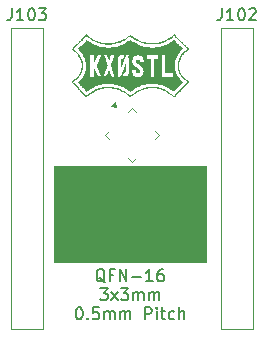
<source format=gto>
G04 #@! TF.GenerationSoftware,KiCad,Pcbnew,9.0.6*
G04 #@! TF.CreationDate,2025-12-31T23:13:25-06:00*
G04 #@! TF.ProjectId,QFN-16_3x3,51464e2d-3136-45f3-9378-332e6b696361,rev?*
G04 #@! TF.SameCoordinates,Original*
G04 #@! TF.FileFunction,Legend,Top*
G04 #@! TF.FilePolarity,Positive*
%FSLAX46Y46*%
G04 Gerber Fmt 4.6, Leading zero omitted, Abs format (unit mm)*
G04 Created by KiCad (PCBNEW 9.0.6) date 2025-12-31 23:13:25*
%MOMM*%
%LPD*%
G01*
G04 APERTURE LIST*
G04 Aperture macros list*
%AMRoundRect*
0 Rectangle with rounded corners*
0 $1 Rounding radius*
0 $2 $3 $4 $5 $6 $7 $8 $9 X,Y pos of 4 corners*
0 Add a 4 corners polygon primitive as box body*
4,1,4,$2,$3,$4,$5,$6,$7,$8,$9,$2,$3,0*
0 Add four circle primitives for the rounded corners*
1,1,$1+$1,$2,$3*
1,1,$1+$1,$4,$5*
1,1,$1+$1,$6,$7*
1,1,$1+$1,$8,$9*
0 Add four rect primitives between the rounded corners*
20,1,$1+$1,$2,$3,$4,$5,0*
20,1,$1+$1,$4,$5,$6,$7,0*
20,1,$1+$1,$6,$7,$8,$9,0*
20,1,$1+$1,$8,$9,$2,$3,0*%
%AMRotRect*
0 Rectangle, with rotation*
0 The origin of the aperture is its center*
0 $1 length*
0 $2 width*
0 $3 Rotation angle, in degrees counterclockwise*
0 Add horizontal line*
21,1,$1,$2,0,0,$3*%
G04 Aperture macros list end*
%ADD10C,0.100000*%
%ADD11C,0.200000*%
%ADD12C,0.150000*%
%ADD13C,0.120000*%
%ADD14C,0.000000*%
%ADD15RotRect,1.700000X1.700000X315.000000*%
%ADD16RoundRect,0.062500X-0.437522X-0.349134X-0.349134X-0.437522X0.437522X0.349134X0.349134X0.437522X0*%
%ADD17RoundRect,0.062500X-0.437522X0.349134X0.349134X-0.437522X0.437522X-0.349134X-0.349134X0.437522X0*%
%ADD18C,1.700000*%
G04 APERTURE END LIST*
D10*
X124251999Y-119651359D02*
X137047999Y-119651359D01*
X137047999Y-127753359D01*
X124251999Y-127753359D01*
X124251999Y-119651359D01*
G36*
X124251999Y-119651359D02*
G01*
X137047999Y-119651359D01*
X137047999Y-127753359D01*
X124251999Y-127753359D01*
X124251999Y-119651359D01*
G37*
D11*
X127205808Y-126620578D02*
X127539141Y-127620578D01*
X127539141Y-127620578D02*
X127872474Y-126620578D01*
X128586760Y-127572959D02*
X128491522Y-127620578D01*
X128491522Y-127620578D02*
X128301046Y-127620578D01*
X128301046Y-127620578D02*
X128205808Y-127572959D01*
X128205808Y-127572959D02*
X128158189Y-127477720D01*
X128158189Y-127477720D02*
X128158189Y-127096768D01*
X128158189Y-127096768D02*
X128205808Y-127001530D01*
X128205808Y-127001530D02*
X128301046Y-126953911D01*
X128301046Y-126953911D02*
X128491522Y-126953911D01*
X128491522Y-126953911D02*
X128586760Y-127001530D01*
X128586760Y-127001530D02*
X128634379Y-127096768D01*
X128634379Y-127096768D02*
X128634379Y-127192006D01*
X128634379Y-127192006D02*
X128158189Y-127287244D01*
X129062951Y-127620578D02*
X129062951Y-126953911D01*
X129062951Y-127144387D02*
X129110570Y-127049149D01*
X129110570Y-127049149D02*
X129158189Y-127001530D01*
X129158189Y-127001530D02*
X129253427Y-126953911D01*
X129253427Y-126953911D02*
X129348665Y-126953911D01*
X129634380Y-127572959D02*
X129729618Y-127620578D01*
X129729618Y-127620578D02*
X129920094Y-127620578D01*
X129920094Y-127620578D02*
X130015332Y-127572959D01*
X130015332Y-127572959D02*
X130062951Y-127477720D01*
X130062951Y-127477720D02*
X130062951Y-127430101D01*
X130062951Y-127430101D02*
X130015332Y-127334863D01*
X130015332Y-127334863D02*
X129920094Y-127287244D01*
X129920094Y-127287244D02*
X129777237Y-127287244D01*
X129777237Y-127287244D02*
X129681999Y-127239625D01*
X129681999Y-127239625D02*
X129634380Y-127144387D01*
X129634380Y-127144387D02*
X129634380Y-127096768D01*
X129634380Y-127096768D02*
X129681999Y-127001530D01*
X129681999Y-127001530D02*
X129777237Y-126953911D01*
X129777237Y-126953911D02*
X129920094Y-126953911D01*
X129920094Y-126953911D02*
X130015332Y-127001530D01*
X130491523Y-127620578D02*
X130491523Y-126953911D01*
X130491523Y-126620578D02*
X130443904Y-126668197D01*
X130443904Y-126668197D02*
X130491523Y-126715816D01*
X130491523Y-126715816D02*
X130539142Y-126668197D01*
X130539142Y-126668197D02*
X130491523Y-126620578D01*
X130491523Y-126620578D02*
X130491523Y-126715816D01*
X131110570Y-127620578D02*
X131015332Y-127572959D01*
X131015332Y-127572959D02*
X130967713Y-127525339D01*
X130967713Y-127525339D02*
X130920094Y-127430101D01*
X130920094Y-127430101D02*
X130920094Y-127144387D01*
X130920094Y-127144387D02*
X130967713Y-127049149D01*
X130967713Y-127049149D02*
X131015332Y-127001530D01*
X131015332Y-127001530D02*
X131110570Y-126953911D01*
X131110570Y-126953911D02*
X131253427Y-126953911D01*
X131253427Y-126953911D02*
X131348665Y-127001530D01*
X131348665Y-127001530D02*
X131396284Y-127049149D01*
X131396284Y-127049149D02*
X131443903Y-127144387D01*
X131443903Y-127144387D02*
X131443903Y-127430101D01*
X131443903Y-127430101D02*
X131396284Y-127525339D01*
X131396284Y-127525339D02*
X131348665Y-127572959D01*
X131348665Y-127572959D02*
X131253427Y-127620578D01*
X131253427Y-127620578D02*
X131110570Y-127620578D01*
X131872475Y-126953911D02*
X131872475Y-127620578D01*
X131872475Y-127049149D02*
X131920094Y-127001530D01*
X131920094Y-127001530D02*
X132015332Y-126953911D01*
X132015332Y-126953911D02*
X132158189Y-126953911D01*
X132158189Y-126953911D02*
X132253427Y-127001530D01*
X132253427Y-127001530D02*
X132301046Y-127096768D01*
X132301046Y-127096768D02*
X132301046Y-127620578D01*
X134062951Y-127620578D02*
X133491523Y-127620578D01*
X133777237Y-127620578D02*
X133777237Y-126620578D01*
X133777237Y-126620578D02*
X133681999Y-126763435D01*
X133681999Y-126763435D02*
X133586761Y-126858673D01*
X133586761Y-126858673D02*
X133491523Y-126906292D01*
X128539141Y-129495928D02*
X128443903Y-129448309D01*
X128443903Y-129448309D02*
X128348665Y-129353071D01*
X128348665Y-129353071D02*
X128205808Y-129210213D01*
X128205808Y-129210213D02*
X128110570Y-129162594D01*
X128110570Y-129162594D02*
X128015332Y-129162594D01*
X128062951Y-129400690D02*
X127967713Y-129353071D01*
X127967713Y-129353071D02*
X127872475Y-129257832D01*
X127872475Y-129257832D02*
X127824856Y-129067356D01*
X127824856Y-129067356D02*
X127824856Y-128734023D01*
X127824856Y-128734023D02*
X127872475Y-128543547D01*
X127872475Y-128543547D02*
X127967713Y-128448309D01*
X127967713Y-128448309D02*
X128062951Y-128400690D01*
X128062951Y-128400690D02*
X128253427Y-128400690D01*
X128253427Y-128400690D02*
X128348665Y-128448309D01*
X128348665Y-128448309D02*
X128443903Y-128543547D01*
X128443903Y-128543547D02*
X128491522Y-128734023D01*
X128491522Y-128734023D02*
X128491522Y-129067356D01*
X128491522Y-129067356D02*
X128443903Y-129257832D01*
X128443903Y-129257832D02*
X128348665Y-129353071D01*
X128348665Y-129353071D02*
X128253427Y-129400690D01*
X128253427Y-129400690D02*
X128062951Y-129400690D01*
X129253427Y-128876880D02*
X128920094Y-128876880D01*
X128920094Y-129400690D02*
X128920094Y-128400690D01*
X128920094Y-128400690D02*
X129396284Y-128400690D01*
X129777237Y-129400690D02*
X129777237Y-128400690D01*
X129777237Y-128400690D02*
X130348665Y-129400690D01*
X130348665Y-129400690D02*
X130348665Y-128400690D01*
X130824856Y-129019737D02*
X131586761Y-129019737D01*
X132586760Y-129400690D02*
X132015332Y-129400690D01*
X132301046Y-129400690D02*
X132301046Y-128400690D01*
X132301046Y-128400690D02*
X132205808Y-128543547D01*
X132205808Y-128543547D02*
X132110570Y-128638785D01*
X132110570Y-128638785D02*
X132015332Y-128686404D01*
X133443903Y-128400690D02*
X133253427Y-128400690D01*
X133253427Y-128400690D02*
X133158189Y-128448309D01*
X133158189Y-128448309D02*
X133110570Y-128495928D01*
X133110570Y-128495928D02*
X133015332Y-128638785D01*
X133015332Y-128638785D02*
X132967713Y-128829261D01*
X132967713Y-128829261D02*
X132967713Y-129210213D01*
X132967713Y-129210213D02*
X133015332Y-129305451D01*
X133015332Y-129305451D02*
X133062951Y-129353071D01*
X133062951Y-129353071D02*
X133158189Y-129400690D01*
X133158189Y-129400690D02*
X133348665Y-129400690D01*
X133348665Y-129400690D02*
X133443903Y-129353071D01*
X133443903Y-129353071D02*
X133491522Y-129305451D01*
X133491522Y-129305451D02*
X133539141Y-129210213D01*
X133539141Y-129210213D02*
X133539141Y-128972118D01*
X133539141Y-128972118D02*
X133491522Y-128876880D01*
X133491522Y-128876880D02*
X133443903Y-128829261D01*
X133443903Y-128829261D02*
X133348665Y-128781642D01*
X133348665Y-128781642D02*
X133158189Y-128781642D01*
X133158189Y-128781642D02*
X133062951Y-128829261D01*
X133062951Y-128829261D02*
X133015332Y-128876880D01*
X133015332Y-128876880D02*
X132967713Y-128972118D01*
X128134380Y-130010634D02*
X128753427Y-130010634D01*
X128753427Y-130010634D02*
X128420094Y-130391586D01*
X128420094Y-130391586D02*
X128562951Y-130391586D01*
X128562951Y-130391586D02*
X128658189Y-130439205D01*
X128658189Y-130439205D02*
X128705808Y-130486824D01*
X128705808Y-130486824D02*
X128753427Y-130582062D01*
X128753427Y-130582062D02*
X128753427Y-130820157D01*
X128753427Y-130820157D02*
X128705808Y-130915395D01*
X128705808Y-130915395D02*
X128658189Y-130963015D01*
X128658189Y-130963015D02*
X128562951Y-131010634D01*
X128562951Y-131010634D02*
X128277237Y-131010634D01*
X128277237Y-131010634D02*
X128181999Y-130963015D01*
X128181999Y-130963015D02*
X128134380Y-130915395D01*
X129086761Y-131010634D02*
X129610570Y-130343967D01*
X129086761Y-130343967D02*
X129610570Y-131010634D01*
X129896285Y-130010634D02*
X130515332Y-130010634D01*
X130515332Y-130010634D02*
X130181999Y-130391586D01*
X130181999Y-130391586D02*
X130324856Y-130391586D01*
X130324856Y-130391586D02*
X130420094Y-130439205D01*
X130420094Y-130439205D02*
X130467713Y-130486824D01*
X130467713Y-130486824D02*
X130515332Y-130582062D01*
X130515332Y-130582062D02*
X130515332Y-130820157D01*
X130515332Y-130820157D02*
X130467713Y-130915395D01*
X130467713Y-130915395D02*
X130420094Y-130963015D01*
X130420094Y-130963015D02*
X130324856Y-131010634D01*
X130324856Y-131010634D02*
X130039142Y-131010634D01*
X130039142Y-131010634D02*
X129943904Y-130963015D01*
X129943904Y-130963015D02*
X129896285Y-130915395D01*
X130943904Y-131010634D02*
X130943904Y-130343967D01*
X130943904Y-130439205D02*
X130991523Y-130391586D01*
X130991523Y-130391586D02*
X131086761Y-130343967D01*
X131086761Y-130343967D02*
X131229618Y-130343967D01*
X131229618Y-130343967D02*
X131324856Y-130391586D01*
X131324856Y-130391586D02*
X131372475Y-130486824D01*
X131372475Y-130486824D02*
X131372475Y-131010634D01*
X131372475Y-130486824D02*
X131420094Y-130391586D01*
X131420094Y-130391586D02*
X131515332Y-130343967D01*
X131515332Y-130343967D02*
X131658189Y-130343967D01*
X131658189Y-130343967D02*
X131753428Y-130391586D01*
X131753428Y-130391586D02*
X131801047Y-130486824D01*
X131801047Y-130486824D02*
X131801047Y-131010634D01*
X132277237Y-131010634D02*
X132277237Y-130343967D01*
X132277237Y-130439205D02*
X132324856Y-130391586D01*
X132324856Y-130391586D02*
X132420094Y-130343967D01*
X132420094Y-130343967D02*
X132562951Y-130343967D01*
X132562951Y-130343967D02*
X132658189Y-130391586D01*
X132658189Y-130391586D02*
X132705808Y-130486824D01*
X132705808Y-130486824D02*
X132705808Y-131010634D01*
X132705808Y-130486824D02*
X132753427Y-130391586D01*
X132753427Y-130391586D02*
X132848665Y-130343967D01*
X132848665Y-130343967D02*
X132991522Y-130343967D01*
X132991522Y-130343967D02*
X133086761Y-130391586D01*
X133086761Y-130391586D02*
X133134380Y-130486824D01*
X133134380Y-130486824D02*
X133134380Y-131010634D01*
X126301047Y-131620578D02*
X126396285Y-131620578D01*
X126396285Y-131620578D02*
X126491523Y-131668197D01*
X126491523Y-131668197D02*
X126539142Y-131715816D01*
X126539142Y-131715816D02*
X126586761Y-131811054D01*
X126586761Y-131811054D02*
X126634380Y-132001530D01*
X126634380Y-132001530D02*
X126634380Y-132239625D01*
X126634380Y-132239625D02*
X126586761Y-132430101D01*
X126586761Y-132430101D02*
X126539142Y-132525339D01*
X126539142Y-132525339D02*
X126491523Y-132572959D01*
X126491523Y-132572959D02*
X126396285Y-132620578D01*
X126396285Y-132620578D02*
X126301047Y-132620578D01*
X126301047Y-132620578D02*
X126205809Y-132572959D01*
X126205809Y-132572959D02*
X126158190Y-132525339D01*
X126158190Y-132525339D02*
X126110571Y-132430101D01*
X126110571Y-132430101D02*
X126062952Y-132239625D01*
X126062952Y-132239625D02*
X126062952Y-132001530D01*
X126062952Y-132001530D02*
X126110571Y-131811054D01*
X126110571Y-131811054D02*
X126158190Y-131715816D01*
X126158190Y-131715816D02*
X126205809Y-131668197D01*
X126205809Y-131668197D02*
X126301047Y-131620578D01*
X127062952Y-132525339D02*
X127110571Y-132572959D01*
X127110571Y-132572959D02*
X127062952Y-132620578D01*
X127062952Y-132620578D02*
X127015333Y-132572959D01*
X127015333Y-132572959D02*
X127062952Y-132525339D01*
X127062952Y-132525339D02*
X127062952Y-132620578D01*
X128015332Y-131620578D02*
X127539142Y-131620578D01*
X127539142Y-131620578D02*
X127491523Y-132096768D01*
X127491523Y-132096768D02*
X127539142Y-132049149D01*
X127539142Y-132049149D02*
X127634380Y-132001530D01*
X127634380Y-132001530D02*
X127872475Y-132001530D01*
X127872475Y-132001530D02*
X127967713Y-132049149D01*
X127967713Y-132049149D02*
X128015332Y-132096768D01*
X128015332Y-132096768D02*
X128062951Y-132192006D01*
X128062951Y-132192006D02*
X128062951Y-132430101D01*
X128062951Y-132430101D02*
X128015332Y-132525339D01*
X128015332Y-132525339D02*
X127967713Y-132572959D01*
X127967713Y-132572959D02*
X127872475Y-132620578D01*
X127872475Y-132620578D02*
X127634380Y-132620578D01*
X127634380Y-132620578D02*
X127539142Y-132572959D01*
X127539142Y-132572959D02*
X127491523Y-132525339D01*
X128491523Y-132620578D02*
X128491523Y-131953911D01*
X128491523Y-132049149D02*
X128539142Y-132001530D01*
X128539142Y-132001530D02*
X128634380Y-131953911D01*
X128634380Y-131953911D02*
X128777237Y-131953911D01*
X128777237Y-131953911D02*
X128872475Y-132001530D01*
X128872475Y-132001530D02*
X128920094Y-132096768D01*
X128920094Y-132096768D02*
X128920094Y-132620578D01*
X128920094Y-132096768D02*
X128967713Y-132001530D01*
X128967713Y-132001530D02*
X129062951Y-131953911D01*
X129062951Y-131953911D02*
X129205808Y-131953911D01*
X129205808Y-131953911D02*
X129301047Y-132001530D01*
X129301047Y-132001530D02*
X129348666Y-132096768D01*
X129348666Y-132096768D02*
X129348666Y-132620578D01*
X129824856Y-132620578D02*
X129824856Y-131953911D01*
X129824856Y-132049149D02*
X129872475Y-132001530D01*
X129872475Y-132001530D02*
X129967713Y-131953911D01*
X129967713Y-131953911D02*
X130110570Y-131953911D01*
X130110570Y-131953911D02*
X130205808Y-132001530D01*
X130205808Y-132001530D02*
X130253427Y-132096768D01*
X130253427Y-132096768D02*
X130253427Y-132620578D01*
X130253427Y-132096768D02*
X130301046Y-132001530D01*
X130301046Y-132001530D02*
X130396284Y-131953911D01*
X130396284Y-131953911D02*
X130539141Y-131953911D01*
X130539141Y-131953911D02*
X130634380Y-132001530D01*
X130634380Y-132001530D02*
X130681999Y-132096768D01*
X130681999Y-132096768D02*
X130681999Y-132620578D01*
X131920094Y-132620578D02*
X131920094Y-131620578D01*
X131920094Y-131620578D02*
X132301046Y-131620578D01*
X132301046Y-131620578D02*
X132396284Y-131668197D01*
X132396284Y-131668197D02*
X132443903Y-131715816D01*
X132443903Y-131715816D02*
X132491522Y-131811054D01*
X132491522Y-131811054D02*
X132491522Y-131953911D01*
X132491522Y-131953911D02*
X132443903Y-132049149D01*
X132443903Y-132049149D02*
X132396284Y-132096768D01*
X132396284Y-132096768D02*
X132301046Y-132144387D01*
X132301046Y-132144387D02*
X131920094Y-132144387D01*
X132920094Y-132620578D02*
X132920094Y-131953911D01*
X132920094Y-131620578D02*
X132872475Y-131668197D01*
X132872475Y-131668197D02*
X132920094Y-131715816D01*
X132920094Y-131715816D02*
X132967713Y-131668197D01*
X132967713Y-131668197D02*
X132920094Y-131620578D01*
X132920094Y-131620578D02*
X132920094Y-131715816D01*
X133253427Y-131953911D02*
X133634379Y-131953911D01*
X133396284Y-131620578D02*
X133396284Y-132477720D01*
X133396284Y-132477720D02*
X133443903Y-132572959D01*
X133443903Y-132572959D02*
X133539141Y-132620578D01*
X133539141Y-132620578D02*
X133634379Y-132620578D01*
X134396284Y-132572959D02*
X134301046Y-132620578D01*
X134301046Y-132620578D02*
X134110570Y-132620578D01*
X134110570Y-132620578D02*
X134015332Y-132572959D01*
X134015332Y-132572959D02*
X133967713Y-132525339D01*
X133967713Y-132525339D02*
X133920094Y-132430101D01*
X133920094Y-132430101D02*
X133920094Y-132144387D01*
X133920094Y-132144387D02*
X133967713Y-132049149D01*
X133967713Y-132049149D02*
X134015332Y-132001530D01*
X134015332Y-132001530D02*
X134110570Y-131953911D01*
X134110570Y-131953911D02*
X134301046Y-131953911D01*
X134301046Y-131953911D02*
X134396284Y-132001530D01*
X134824856Y-132620578D02*
X134824856Y-131620578D01*
X135253427Y-132620578D02*
X135253427Y-132096768D01*
X135253427Y-132096768D02*
X135205808Y-132001530D01*
X135205808Y-132001530D02*
X135110570Y-131953911D01*
X135110570Y-131953911D02*
X134967713Y-131953911D01*
X134967713Y-131953911D02*
X134872475Y-132001530D01*
X134872475Y-132001530D02*
X134824856Y-132049149D01*
D12*
X120634285Y-106294819D02*
X120634285Y-107009104D01*
X120634285Y-107009104D02*
X120586666Y-107151961D01*
X120586666Y-107151961D02*
X120491428Y-107247200D01*
X120491428Y-107247200D02*
X120348571Y-107294819D01*
X120348571Y-107294819D02*
X120253333Y-107294819D01*
X121634285Y-107294819D02*
X121062857Y-107294819D01*
X121348571Y-107294819D02*
X121348571Y-106294819D01*
X121348571Y-106294819D02*
X121253333Y-106437676D01*
X121253333Y-106437676D02*
X121158095Y-106532914D01*
X121158095Y-106532914D02*
X121062857Y-106580533D01*
X122253333Y-106294819D02*
X122348571Y-106294819D01*
X122348571Y-106294819D02*
X122443809Y-106342438D01*
X122443809Y-106342438D02*
X122491428Y-106390057D01*
X122491428Y-106390057D02*
X122539047Y-106485295D01*
X122539047Y-106485295D02*
X122586666Y-106675771D01*
X122586666Y-106675771D02*
X122586666Y-106913866D01*
X122586666Y-106913866D02*
X122539047Y-107104342D01*
X122539047Y-107104342D02*
X122491428Y-107199580D01*
X122491428Y-107199580D02*
X122443809Y-107247200D01*
X122443809Y-107247200D02*
X122348571Y-107294819D01*
X122348571Y-107294819D02*
X122253333Y-107294819D01*
X122253333Y-107294819D02*
X122158095Y-107247200D01*
X122158095Y-107247200D02*
X122110476Y-107199580D01*
X122110476Y-107199580D02*
X122062857Y-107104342D01*
X122062857Y-107104342D02*
X122015238Y-106913866D01*
X122015238Y-106913866D02*
X122015238Y-106675771D01*
X122015238Y-106675771D02*
X122062857Y-106485295D01*
X122062857Y-106485295D02*
X122110476Y-106390057D01*
X122110476Y-106390057D02*
X122158095Y-106342438D01*
X122158095Y-106342438D02*
X122253333Y-106294819D01*
X122920000Y-106294819D02*
X123539047Y-106294819D01*
X123539047Y-106294819D02*
X123205714Y-106675771D01*
X123205714Y-106675771D02*
X123348571Y-106675771D01*
X123348571Y-106675771D02*
X123443809Y-106723390D01*
X123443809Y-106723390D02*
X123491428Y-106771009D01*
X123491428Y-106771009D02*
X123539047Y-106866247D01*
X123539047Y-106866247D02*
X123539047Y-107104342D01*
X123539047Y-107104342D02*
X123491428Y-107199580D01*
X123491428Y-107199580D02*
X123443809Y-107247200D01*
X123443809Y-107247200D02*
X123348571Y-107294819D01*
X123348571Y-107294819D02*
X123062857Y-107294819D01*
X123062857Y-107294819D02*
X122967619Y-107247200D01*
X122967619Y-107247200D02*
X122920000Y-107199580D01*
X138414285Y-106294820D02*
X138414285Y-107009105D01*
X138414285Y-107009105D02*
X138366666Y-107151962D01*
X138366666Y-107151962D02*
X138271428Y-107247201D01*
X138271428Y-107247201D02*
X138128571Y-107294820D01*
X138128571Y-107294820D02*
X138033333Y-107294820D01*
X139414285Y-107294820D02*
X138842857Y-107294820D01*
X139128571Y-107294820D02*
X139128571Y-106294820D01*
X139128571Y-106294820D02*
X139033333Y-106437677D01*
X139033333Y-106437677D02*
X138938095Y-106532915D01*
X138938095Y-106532915D02*
X138842857Y-106580534D01*
X140033333Y-106294820D02*
X140128571Y-106294820D01*
X140128571Y-106294820D02*
X140223809Y-106342439D01*
X140223809Y-106342439D02*
X140271428Y-106390058D01*
X140271428Y-106390058D02*
X140319047Y-106485296D01*
X140319047Y-106485296D02*
X140366666Y-106675772D01*
X140366666Y-106675772D02*
X140366666Y-106913867D01*
X140366666Y-106913867D02*
X140319047Y-107104343D01*
X140319047Y-107104343D02*
X140271428Y-107199581D01*
X140271428Y-107199581D02*
X140223809Y-107247201D01*
X140223809Y-107247201D02*
X140128571Y-107294820D01*
X140128571Y-107294820D02*
X140033333Y-107294820D01*
X140033333Y-107294820D02*
X139938095Y-107247201D01*
X139938095Y-107247201D02*
X139890476Y-107199581D01*
X139890476Y-107199581D02*
X139842857Y-107104343D01*
X139842857Y-107104343D02*
X139795238Y-106913867D01*
X139795238Y-106913867D02*
X139795238Y-106675772D01*
X139795238Y-106675772D02*
X139842857Y-106485296D01*
X139842857Y-106485296D02*
X139890476Y-106390058D01*
X139890476Y-106390058D02*
X139938095Y-106342439D01*
X139938095Y-106342439D02*
X140033333Y-106294820D01*
X140747619Y-106390058D02*
X140795238Y-106342439D01*
X140795238Y-106342439D02*
X140890476Y-106294820D01*
X140890476Y-106294820D02*
X141128571Y-106294820D01*
X141128571Y-106294820D02*
X141223809Y-106342439D01*
X141223809Y-106342439D02*
X141271428Y-106390058D01*
X141271428Y-106390058D02*
X141319047Y-106485296D01*
X141319047Y-106485296D02*
X141319047Y-106580534D01*
X141319047Y-106580534D02*
X141271428Y-106723391D01*
X141271428Y-106723391D02*
X140700000Y-107294820D01*
X140700000Y-107294820D02*
X141319047Y-107294820D01*
D13*
X129467912Y-114620214D02*
X129064861Y-114556576D01*
X129404272Y-114217164D01*
X129467912Y-114620214D01*
G36*
X129467912Y-114620214D02*
G01*
X129064861Y-114556576D01*
X129404272Y-114217164D01*
X129467912Y-114620214D01*
G37*
X133086884Y-117022964D02*
X132751008Y-117358840D01*
X132751008Y-116687088D02*
X133086884Y-117022964D01*
X131145876Y-118963972D02*
X130810000Y-119299848D01*
X130810000Y-119299848D02*
X130474124Y-118963972D01*
X130810000Y-114746080D02*
X131145876Y-115081956D01*
X130474124Y-115081956D02*
X130810000Y-114746080D01*
X128868992Y-117358840D02*
X128533116Y-117022964D01*
X128533116Y-117022964D02*
X128868992Y-116687088D01*
X123300000Y-107950000D02*
X123300000Y-133460000D01*
X120540000Y-133460000D02*
X123300000Y-133460000D01*
X120540000Y-107950000D02*
X123300000Y-107950000D01*
X120540000Y-107950000D02*
X120540000Y-133460000D01*
X141080000Y-107950001D02*
X141080000Y-133460001D01*
X138320000Y-133460001D02*
X141080000Y-133460001D01*
X138320000Y-107950001D02*
X141080000Y-107950001D01*
X138320000Y-107950001D02*
X138320000Y-133460001D01*
D14*
G36*
X130694073Y-108950010D02*
G01*
X130704132Y-108956833D01*
X130718592Y-108967082D01*
X130736543Y-108980107D01*
X130757075Y-108995255D01*
X130775755Y-109009220D01*
X130903071Y-109100330D01*
X131032901Y-109184048D01*
X131165292Y-109260395D01*
X131300291Y-109329392D01*
X131437946Y-109391062D01*
X131578305Y-109445426D01*
X131721414Y-109492504D01*
X131867323Y-109532319D01*
X131999921Y-109561732D01*
X132024490Y-109566323D01*
X132048246Y-109570251D01*
X132069395Y-109573255D01*
X132086140Y-109575077D01*
X132095172Y-109575508D01*
X132107819Y-109575880D01*
X132116642Y-109577128D01*
X132119588Y-109578779D01*
X132123210Y-109582256D01*
X132132957Y-109585096D01*
X132147145Y-109586968D01*
X132164090Y-109587542D01*
X132164175Y-109587541D01*
X132174710Y-109587899D01*
X132191239Y-109589028D01*
X132211997Y-109590783D01*
X132235219Y-109593016D01*
X132252408Y-109594831D01*
X132278865Y-109597598D01*
X132306568Y-109600260D01*
X132332956Y-109602584D01*
X132355467Y-109604342D01*
X132364720Y-109604951D01*
X132382189Y-109606183D01*
X132396366Y-109607553D01*
X132405695Y-109608885D01*
X132408659Y-109609906D01*
X132412283Y-109610774D01*
X132422061Y-109611244D01*
X132436343Y-109611270D01*
X132447724Y-109611012D01*
X132464116Y-109610790D01*
X132477123Y-109611177D01*
X132485094Y-109612090D01*
X132486796Y-109612966D01*
X132490531Y-109613821D01*
X132501053Y-109614590D01*
X132517337Y-109615240D01*
X132538356Y-109615739D01*
X132563086Y-109616054D01*
X132588361Y-109616155D01*
X132615609Y-109616047D01*
X132640095Y-109615744D01*
X132660794Y-109615274D01*
X132676679Y-109614667D01*
X132686726Y-109613954D01*
X132689931Y-109613225D01*
X132693504Y-109611762D01*
X132702883Y-109610712D01*
X132716062Y-109610296D01*
X132716500Y-109610295D01*
X132753121Y-109609343D01*
X132796012Y-109606603D01*
X132843878Y-109602245D01*
X132895425Y-109596441D01*
X132949360Y-109589363D01*
X133004387Y-109581184D01*
X133059214Y-109572073D01*
X133112547Y-109562204D01*
X133163091Y-109551747D01*
X133171060Y-109549980D01*
X133306369Y-109515766D01*
X133441290Y-109473885D01*
X133575522Y-109424481D01*
X133708766Y-109367700D01*
X133840721Y-109303686D01*
X133971088Y-109232584D01*
X134099566Y-109154540D01*
X134225855Y-109069698D01*
X134341254Y-108984685D01*
X134362114Y-108969321D01*
X134377799Y-108959366D01*
X134388636Y-108954682D01*
X134394951Y-108955129D01*
X134397069Y-108960568D01*
X134397071Y-108960834D01*
X134399792Y-108964407D01*
X134407756Y-108973190D01*
X134420669Y-108986881D01*
X134438235Y-109005180D01*
X134460159Y-109027787D01*
X134486146Y-109054399D01*
X134515900Y-109084717D01*
X134549126Y-109118440D01*
X134585529Y-109155267D01*
X134624813Y-109194897D01*
X134666683Y-109237030D01*
X134710844Y-109281365D01*
X134757000Y-109327601D01*
X134770712Y-109341318D01*
X134830278Y-109400936D01*
X134884356Y-109455165D01*
X134933030Y-109504091D01*
X134976384Y-109547801D01*
X135014502Y-109586381D01*
X135047470Y-109619916D01*
X135075372Y-109648495D01*
X135098292Y-109672203D01*
X135116315Y-109691126D01*
X135129526Y-109705350D01*
X135138008Y-109714963D01*
X135141847Y-109720051D01*
X135142093Y-109720862D01*
X135137665Y-109725613D01*
X135128287Y-109732299D01*
X135116624Y-109739120D01*
X135107646Y-109744638D01*
X135096899Y-109752726D01*
X135083726Y-109763981D01*
X135067466Y-109778997D01*
X135047461Y-109798369D01*
X135023053Y-109822694D01*
X135013564Y-109832270D01*
X134979172Y-109867295D01*
X134949354Y-109898234D01*
X134922980Y-109926341D01*
X134898919Y-109952869D01*
X134876042Y-109979072D01*
X134853218Y-110006204D01*
X134829318Y-110035518D01*
X134821014Y-110045869D01*
X134759181Y-110127037D01*
X134704192Y-110207595D01*
X134655319Y-110288871D01*
X134611838Y-110372196D01*
X134573023Y-110458899D01*
X134538147Y-110550309D01*
X134525657Y-110586918D01*
X134501670Y-110663067D01*
X134481818Y-110734571D01*
X134465792Y-110803210D01*
X134453280Y-110870764D01*
X134443973Y-110939012D01*
X134437558Y-111009734D01*
X134433727Y-111084710D01*
X134432787Y-111119182D01*
X134432263Y-111149286D01*
X134431992Y-111176537D01*
X134431968Y-111200017D01*
X134432184Y-111218810D01*
X134432633Y-111232000D01*
X134433308Y-111238669D01*
X134433647Y-111239306D01*
X134435060Y-111242873D01*
X134435676Y-111252293D01*
X134435385Y-111265633D01*
X134435270Y-111267624D01*
X134435033Y-111284313D01*
X134435861Y-111305280D01*
X134437586Y-111327088D01*
X134438697Y-111336964D01*
X134455488Y-111439653D01*
X134479875Y-111542496D01*
X134511661Y-111645089D01*
X134550648Y-111747028D01*
X134596640Y-111847909D01*
X134649440Y-111947328D01*
X134708849Y-112044880D01*
X134774672Y-112140161D01*
X134846710Y-112232768D01*
X134913240Y-112309694D01*
X134937696Y-112336447D01*
X134960465Y-112360972D01*
X134980999Y-112382702D01*
X134998747Y-112401073D01*
X135013161Y-112415517D01*
X135023691Y-112425470D01*
X135029788Y-112430365D01*
X135030827Y-112430781D01*
X135034743Y-112433420D01*
X135043025Y-112440675D01*
X135054599Y-112451553D01*
X135068392Y-112465061D01*
X135074201Y-112470889D01*
X135089805Y-112486368D01*
X135104822Y-112500768D01*
X135117763Y-112512693D01*
X135127142Y-112520750D01*
X135128782Y-112522016D01*
X135137322Y-112529527D01*
X135142074Y-112536049D01*
X135142455Y-112538251D01*
X135139600Y-112542014D01*
X135131849Y-112550868D01*
X135119714Y-112564261D01*
X135103705Y-112581644D01*
X135084332Y-112602465D01*
X135062107Y-112626175D01*
X135037539Y-112652223D01*
X135011140Y-112680058D01*
X135002358Y-112689285D01*
X134973129Y-112719996D01*
X134943624Y-112751045D01*
X134914660Y-112781571D01*
X134887051Y-112810711D01*
X134861613Y-112837605D01*
X134839162Y-112861392D01*
X134820513Y-112881209D01*
X134807033Y-112895604D01*
X134790472Y-112913325D01*
X134769674Y-112935522D01*
X134745769Y-112960990D01*
X134719887Y-112988528D01*
X134693160Y-113016933D01*
X134666716Y-113045001D01*
X134650993Y-113061672D01*
X134624629Y-113089671D01*
X134596719Y-113119416D01*
X134568515Y-113149568D01*
X134541269Y-113178785D01*
X134516233Y-113205725D01*
X134494658Y-113229046D01*
X134485068Y-113239467D01*
X134466428Y-113259673D01*
X134449123Y-113278254D01*
X134433979Y-113294334D01*
X134421823Y-113307041D01*
X134413481Y-113315501D01*
X134410228Y-113318531D01*
X134398161Y-113323796D01*
X134382358Y-113325367D01*
X134374421Y-113325063D01*
X134367190Y-113323696D01*
X134359299Y-113320586D01*
X134349384Y-113315055D01*
X134336079Y-113306422D01*
X134318019Y-113294008D01*
X134314610Y-113291635D01*
X134222757Y-113228731D01*
X134135346Y-113171215D01*
X134051601Y-113118665D01*
X133970741Y-113070656D01*
X133891988Y-113026767D01*
X133814562Y-112986574D01*
X133737685Y-112949655D01*
X133660577Y-112915586D01*
X133582460Y-112883944D01*
X133521695Y-112861173D01*
X133382638Y-112814747D01*
X133242191Y-112775780D01*
X133100169Y-112744250D01*
X132956388Y-112720134D01*
X132810665Y-112703410D01*
X132662814Y-112694056D01*
X132512653Y-112692050D01*
X132359997Y-112697368D01*
X132240689Y-112706437D01*
X132096652Y-112723807D01*
X131954026Y-112748835D01*
X131812929Y-112781475D01*
X131673478Y-112821680D01*
X131535792Y-112869404D01*
X131399987Y-112924600D01*
X131266181Y-112987220D01*
X131134492Y-113057219D01*
X131005038Y-113134550D01*
X130877936Y-113219166D01*
X130792696Y-113281003D01*
X130764759Y-113301576D01*
X130741826Y-113317420D01*
X130722985Y-113328912D01*
X130707327Y-113336433D01*
X130693944Y-113340360D01*
X130681925Y-113341072D01*
X130670362Y-113338948D01*
X130661365Y-113335689D01*
X130654468Y-113331822D01*
X130642453Y-113324080D01*
X130626473Y-113313249D01*
X130607679Y-113300112D01*
X130587226Y-113285456D01*
X130582044Y-113281687D01*
X130458816Y-113195327D01*
X130336094Y-113116481D01*
X130213429Y-113044907D01*
X130090370Y-112980367D01*
X129966465Y-112922619D01*
X129841266Y-112871422D01*
X129753816Y-112839766D01*
X129631011Y-112801225D01*
X129503561Y-112768159D01*
X129372521Y-112740697D01*
X129238943Y-112718968D01*
X129103882Y-112703102D01*
X128968391Y-112693227D01*
X128833523Y-112689473D01*
X128700332Y-112691969D01*
X128599338Y-112698250D01*
X128453318Y-112713989D01*
X128309568Y-112737099D01*
X128167870Y-112767643D01*
X128028008Y-112805681D01*
X127889764Y-112851274D01*
X127752922Y-112904485D01*
X127617264Y-112965375D01*
X127567419Y-112989816D01*
X127540214Y-113003528D01*
X127514818Y-113016502D01*
X127490684Y-113029068D01*
X127467264Y-113041557D01*
X127444009Y-113054299D01*
X127420370Y-113067623D01*
X127395801Y-113081861D01*
X127369751Y-113097343D01*
X127341674Y-113114400D01*
X127311022Y-113133360D01*
X127277245Y-113154556D01*
X127239795Y-113178317D01*
X127198125Y-113204973D01*
X127151687Y-113234855D01*
X127099931Y-113268293D01*
X127042310Y-113305617D01*
X127029105Y-113314180D01*
X127012870Y-113324406D01*
X126998597Y-113332834D01*
X126987757Y-113338636D01*
X126981820Y-113340980D01*
X126981604Y-113340993D01*
X126977650Y-113338247D01*
X126968950Y-113330408D01*
X126956110Y-113318079D01*
X126939735Y-113301860D01*
X126920429Y-113282354D01*
X126898796Y-113260162D01*
X126875443Y-113235886D01*
X126866688Y-113226707D01*
X126833177Y-113191478D01*
X126802894Y-113159606D01*
X126775179Y-113130385D01*
X126749375Y-113103108D01*
X126724820Y-113077070D01*
X126700857Y-113051566D01*
X126676825Y-113025889D01*
X126652065Y-112999335D01*
X126625917Y-112971196D01*
X126597723Y-112940768D01*
X126566823Y-112907344D01*
X126532557Y-112870220D01*
X126494267Y-112828689D01*
X126455364Y-112786465D01*
X126442275Y-112772309D01*
X126424884Y-112753582D01*
X126404240Y-112731408D01*
X126381389Y-112706910D01*
X126357379Y-112681211D01*
X126333258Y-112655436D01*
X126323333Y-112644843D01*
X126301838Y-112621759D01*
X126282159Y-112600324D01*
X126264914Y-112581239D01*
X126250724Y-112565200D01*
X126240207Y-112552907D01*
X126233984Y-112545056D01*
X126232507Y-112542501D01*
X126235310Y-112538164D01*
X126243044Y-112529767D01*
X126254697Y-112518320D01*
X126269257Y-112504834D01*
X126278408Y-112496675D01*
X126305441Y-112472245D01*
X126335644Y-112443834D01*
X126367609Y-112412852D01*
X126399930Y-112380704D01*
X126431199Y-112348800D01*
X126460009Y-112318547D01*
X126484953Y-112291353D01*
X126494634Y-112280381D01*
X126571359Y-112186771D01*
X126640532Y-112091246D01*
X126657959Y-112063679D01*
X128404672Y-112063679D01*
X128530447Y-112062648D01*
X128656222Y-112061618D01*
X128769641Y-111756180D01*
X128786982Y-111709525D01*
X128803564Y-111664993D01*
X128819183Y-111623127D01*
X128833637Y-111584468D01*
X128846721Y-111549560D01*
X128858232Y-111518942D01*
X128867967Y-111493158D01*
X128875721Y-111472749D01*
X128881291Y-111458257D01*
X128884474Y-111450224D01*
X128885154Y-111448729D01*
X128886744Y-111452013D01*
X128890735Y-111462131D01*
X128896933Y-111478549D01*
X128905144Y-111500733D01*
X128915173Y-111528148D01*
X128926827Y-111560261D01*
X128939910Y-111596535D01*
X128954230Y-111636437D01*
X128969591Y-111679432D01*
X128985799Y-111724986D01*
X128996489Y-111755130D01*
X129105730Y-112063543D01*
X129221948Y-112063557D01*
X129251179Y-112063481D01*
X129277714Y-112063257D01*
X129300596Y-112062907D01*
X129318864Y-112062450D01*
X129331561Y-112061908D01*
X129337728Y-112061300D01*
X129338166Y-112061084D01*
X129337021Y-112057119D01*
X129333675Y-112046142D01*
X129328268Y-112028596D01*
X129320937Y-112004926D01*
X129311821Y-111975573D01*
X129301058Y-111940982D01*
X129288786Y-111901596D01*
X129275143Y-111857857D01*
X129260267Y-111810210D01*
X129244297Y-111759098D01*
X129227370Y-111704963D01*
X129209625Y-111648250D01*
X129191199Y-111589400D01*
X129188132Y-111579609D01*
X129169514Y-111520163D01*
X129151489Y-111462594D01*
X129134200Y-111407364D01*
X129117791Y-111354931D01*
X129102406Y-111305756D01*
X129088190Y-111260300D01*
X129075285Y-111219022D01*
X129063836Y-111182383D01*
X129059652Y-111168985D01*
X129057305Y-111161468D01*
X129613574Y-111161468D01*
X129613574Y-111168985D01*
X129613590Y-111251504D01*
X129613640Y-111326530D01*
X129613726Y-111394385D01*
X129613851Y-111455388D01*
X129614018Y-111509859D01*
X129614230Y-111558120D01*
X129614488Y-111600491D01*
X129614796Y-111637291D01*
X129615157Y-111668842D01*
X129615572Y-111695464D01*
X129616045Y-111717478D01*
X129616578Y-111735203D01*
X129617174Y-111748960D01*
X129617836Y-111759070D01*
X129618494Y-111765344D01*
X129627559Y-111815954D01*
X129640159Y-111862734D01*
X129655851Y-111904123D01*
X129660813Y-111914684D01*
X129678903Y-111951354D01*
X129658935Y-112004911D01*
X129651873Y-112024015D01*
X129645909Y-112040468D01*
X129641525Y-112052909D01*
X129639207Y-112059977D01*
X129638966Y-112061019D01*
X129642682Y-112061738D01*
X129653071Y-112062329D01*
X129668992Y-112062795D01*
X129689306Y-112063137D01*
X129712873Y-112063358D01*
X129738555Y-112063459D01*
X129765210Y-112063444D01*
X129791700Y-112063313D01*
X129816886Y-112063069D01*
X129839626Y-112062714D01*
X129858783Y-112062249D01*
X129873216Y-112061678D01*
X129881785Y-112061001D01*
X129883592Y-112060581D01*
X129885677Y-112056540D01*
X129890104Y-112046073D01*
X129896532Y-112030090D01*
X129904617Y-112009501D01*
X129914016Y-111985219D01*
X129924387Y-111958152D01*
X129935388Y-111929213D01*
X129946675Y-111899311D01*
X129957906Y-111869358D01*
X129968739Y-111840263D01*
X129978830Y-111812938D01*
X129987837Y-111788294D01*
X129995418Y-111767240D01*
X130001230Y-111750688D01*
X130004929Y-111739549D01*
X130006176Y-111734783D01*
X130007519Y-111730638D01*
X130011396Y-111719788D01*
X130017582Y-111702835D01*
X130025849Y-111680382D01*
X130035972Y-111653032D01*
X130047725Y-111621390D01*
X130060880Y-111586057D01*
X130075213Y-111547637D01*
X130090495Y-111506732D01*
X130106502Y-111463947D01*
X130123007Y-111419884D01*
X130139783Y-111375146D01*
X130156605Y-111330337D01*
X130173245Y-111286059D01*
X130189478Y-111242915D01*
X130205078Y-111201509D01*
X130219817Y-111162444D01*
X130233470Y-111126323D01*
X130245811Y-111093749D01*
X130256612Y-111065325D01*
X130265649Y-111041654D01*
X130272694Y-111023339D01*
X130277521Y-111010984D01*
X130279904Y-111005191D01*
X130280044Y-111004912D01*
X130280545Y-111007811D01*
X130281001Y-111017985D01*
X130281408Y-111034895D01*
X130281762Y-111058002D01*
X130282059Y-111086770D01*
X130282296Y-111120660D01*
X130282467Y-111159132D01*
X130282570Y-111201650D01*
X130282599Y-111247674D01*
X130282552Y-111296667D01*
X130282479Y-111329430D01*
X130281584Y-111659807D01*
X130269805Y-111682837D01*
X130260050Y-111699048D01*
X130248967Y-111710641D01*
X130239020Y-111717617D01*
X130230128Y-111722764D01*
X130221914Y-111726264D01*
X130212408Y-111728537D01*
X130199645Y-111730005D01*
X130181655Y-111731091D01*
X130174623Y-111731420D01*
X130129231Y-111733473D01*
X130080298Y-111864340D01*
X130068343Y-111896337D01*
X130056710Y-111927524D01*
X130045818Y-111956767D01*
X130036089Y-111982934D01*
X130027945Y-112004891D01*
X130021807Y-112021506D01*
X130018796Y-112029717D01*
X130006227Y-112064226D01*
X130151718Y-112062627D01*
X130189834Y-112062181D01*
X130221046Y-112061726D01*
X130246264Y-112061212D01*
X130266398Y-112060587D01*
X130282358Y-112059799D01*
X130295053Y-112058797D01*
X130305392Y-112057529D01*
X130314285Y-112055943D01*
X130322641Y-112053988D01*
X130327682Y-112052643D01*
X130365758Y-112039546D01*
X130398979Y-112022075D01*
X130429631Y-111998896D01*
X130445747Y-111983709D01*
X130471427Y-111954293D01*
X130492649Y-111921730D01*
X130509858Y-111885027D01*
X130523502Y-111843189D01*
X130534026Y-111795219D01*
X130536286Y-111781748D01*
X130537251Y-111775277D01*
X130538124Y-111768371D01*
X130538909Y-111760630D01*
X130539612Y-111751651D01*
X130540236Y-111741033D01*
X130540786Y-111728374D01*
X130541268Y-111713273D01*
X130541685Y-111695328D01*
X130542042Y-111674138D01*
X130542343Y-111649301D01*
X130542594Y-111620415D01*
X130542798Y-111587079D01*
X130542961Y-111548892D01*
X130542975Y-111543908D01*
X130861698Y-111543908D01*
X130861775Y-111646503D01*
X130862199Y-111693528D01*
X130863517Y-111733915D01*
X130865918Y-111768807D01*
X130869587Y-111799346D01*
X130874711Y-111826676D01*
X130881477Y-111851939D01*
X130890072Y-111876277D01*
X130900682Y-111900835D01*
X130904697Y-111909265D01*
X130927355Y-111949087D01*
X130953723Y-111982430D01*
X130984531Y-112010041D01*
X131020510Y-112032663D01*
X131030843Y-112037839D01*
X131045796Y-112044752D01*
X131059950Y-112050628D01*
X131074073Y-112055547D01*
X131088930Y-112059588D01*
X131105289Y-112062830D01*
X131123918Y-112065355D01*
X131145582Y-112067241D01*
X131171048Y-112068568D01*
X131201085Y-112069417D01*
X131236458Y-112069867D01*
X131277935Y-112069998D01*
X131326283Y-112069890D01*
X131338289Y-112069840D01*
X131380891Y-112069640D01*
X131416462Y-112069422D01*
X131445785Y-112069151D01*
X131469642Y-112068794D01*
X131488815Y-112068316D01*
X131504087Y-112067681D01*
X131516241Y-112066857D01*
X131526057Y-112065808D01*
X131534319Y-112064499D01*
X131541810Y-112062896D01*
X131549311Y-112060966D01*
X131551193Y-112060451D01*
X131596410Y-112044533D01*
X131636736Y-112022895D01*
X131672359Y-111995345D01*
X131703469Y-111961691D01*
X131730253Y-111921737D01*
X131752901Y-111875293D01*
X131765879Y-111840372D01*
X131775103Y-111810876D01*
X131782424Y-111783051D01*
X131788034Y-111755422D01*
X131792125Y-111726509D01*
X131794887Y-111694836D01*
X131796514Y-111658926D01*
X131797196Y-111617300D01*
X131797248Y-111598699D01*
X131797136Y-111564486D01*
X131796783Y-111536964D01*
X131796134Y-111515015D01*
X131795132Y-111497518D01*
X131793723Y-111483355D01*
X131791851Y-111471405D01*
X131790679Y-111465707D01*
X131776652Y-111415755D01*
X131757109Y-111368071D01*
X131731752Y-111322304D01*
X131700282Y-111278100D01*
X131662399Y-111235110D01*
X131617805Y-111192981D01*
X131566200Y-111151362D01*
X131507285Y-111109901D01*
X131465250Y-111083067D01*
X131401797Y-111042637D01*
X131345695Y-111004072D01*
X131296754Y-110967196D01*
X131254783Y-110931833D01*
X131219591Y-110897807D01*
X131190988Y-110864942D01*
X131168783Y-110833064D01*
X131152786Y-110801994D01*
X131148444Y-110790786D01*
X131144168Y-110777260D01*
X131141410Y-110764202D01*
X131139862Y-110749233D01*
X131139219Y-110729972D01*
X131139141Y-110718659D01*
X131139058Y-110672655D01*
X131156276Y-110655437D01*
X131164535Y-110647622D01*
X131172680Y-110641320D01*
X131181638Y-110636370D01*
X131192338Y-110632610D01*
X131205707Y-110629878D01*
X131222673Y-110628014D01*
X131244166Y-110626855D01*
X131271112Y-110626239D01*
X131304441Y-110626006D01*
X131325451Y-110625983D01*
X131360504Y-110626040D01*
X131388704Y-110626317D01*
X131411011Y-110626967D01*
X131428386Y-110628145D01*
X131441789Y-110630006D01*
X131452180Y-110632704D01*
X131460518Y-110636394D01*
X131467765Y-110641230D01*
X131474880Y-110647368D01*
X131478295Y-110650596D01*
X131494779Y-110671088D01*
X131507669Y-110697672D01*
X131517070Y-110730653D01*
X131523085Y-110770334D01*
X131524361Y-110785172D01*
X131526954Y-110821307D01*
X131663105Y-110821307D01*
X131799255Y-110821307D01*
X131799255Y-110721216D01*
X131798910Y-110676654D01*
X131797788Y-110638649D01*
X131795762Y-110605973D01*
X131792706Y-110577398D01*
X131788493Y-110551696D01*
X131782995Y-110527637D01*
X131777114Y-110507234D01*
X131758534Y-110458669D01*
X131748440Y-110440368D01*
X132084429Y-110440368D01*
X132084429Y-110606368D01*
X132255338Y-110607386D01*
X132426247Y-110608403D01*
X132427234Y-111335987D01*
X132428221Y-112063571D01*
X132555161Y-112063571D01*
X132682102Y-112063571D01*
X133357945Y-112063571D01*
X133826724Y-112063571D01*
X134295503Y-112063571D01*
X134295503Y-111897545D01*
X134295503Y-111731519D01*
X133957591Y-111731519D01*
X133619680Y-111731519D01*
X133619680Y-111004912D01*
X133619680Y-110278305D01*
X133491408Y-110278305D01*
X133363136Y-110278305D01*
X133360543Y-110562502D01*
X133360236Y-110600448D01*
X133359939Y-110645482D01*
X133359655Y-110696880D01*
X133359385Y-110753917D01*
X133359132Y-110815868D01*
X133358897Y-110882009D01*
X133358684Y-110951614D01*
X133358493Y-111023960D01*
X133358327Y-111098322D01*
X133358189Y-111173974D01*
X133358080Y-111250193D01*
X133358002Y-111326253D01*
X133357958Y-111401430D01*
X133357948Y-111455135D01*
X133357945Y-112063571D01*
X132682102Y-112063571D01*
X132683088Y-111335987D01*
X132684075Y-110608403D01*
X132855027Y-110607386D01*
X133025978Y-110606368D01*
X133024959Y-110441360D01*
X133023940Y-110276352D01*
X132554185Y-110275359D01*
X132084429Y-110274367D01*
X132084429Y-110440368D01*
X131748440Y-110440368D01*
X131735119Y-110416218D01*
X131706722Y-110379751D01*
X131673203Y-110349136D01*
X131634416Y-110324241D01*
X131590218Y-110304935D01*
X131541427Y-110291291D01*
X131532671Y-110289567D01*
X131523410Y-110288140D01*
X131512838Y-110286985D01*
X131500144Y-110286073D01*
X131484520Y-110285376D01*
X131465156Y-110284868D01*
X131441246Y-110284520D01*
X131411978Y-110284306D01*
X131376545Y-110284196D01*
X131334138Y-110284165D01*
X131332430Y-110284165D01*
X131288645Y-110284189D01*
X131251819Y-110284306D01*
X131221099Y-110284576D01*
X131195631Y-110285065D01*
X131174562Y-110285835D01*
X131157038Y-110286949D01*
X131142204Y-110288472D01*
X131129209Y-110290464D01*
X131117198Y-110292991D01*
X131105317Y-110296116D01*
X131092713Y-110299901D01*
X131084368Y-110302541D01*
X131039858Y-110320322D01*
X131000503Y-110343654D01*
X130966208Y-110372660D01*
X130936880Y-110407465D01*
X130912422Y-110448190D01*
X130892741Y-110494962D01*
X130877742Y-110547902D01*
X130871222Y-110581058D01*
X130868893Y-110599316D01*
X130866860Y-110623850D01*
X130865155Y-110653129D01*
X130863811Y-110685618D01*
X130862861Y-110719787D01*
X130862337Y-110754102D01*
X130862271Y-110787032D01*
X130862695Y-110817044D01*
X130863642Y-110842605D01*
X130865145Y-110862184D01*
X130865254Y-110863139D01*
X130874953Y-110917768D01*
X130891083Y-110969411D01*
X130913959Y-111018703D01*
X130943892Y-111066276D01*
X130981198Y-111112763D01*
X130998042Y-111130973D01*
X131027606Y-111160376D01*
X131058187Y-111187776D01*
X131091064Y-111214152D01*
X131127519Y-111240483D01*
X131168834Y-111267747D01*
X131211329Y-111293953D01*
X131266711Y-111328219D01*
X131317593Y-111361707D01*
X131363607Y-111394120D01*
X131404382Y-111425156D01*
X131439548Y-111454519D01*
X131468738Y-111481908D01*
X131491581Y-111507024D01*
X131507707Y-111529569D01*
X131511885Y-111537174D01*
X131515652Y-111545150D01*
X131518332Y-111552544D01*
X131520105Y-111560874D01*
X131521155Y-111571662D01*
X131521664Y-111586428D01*
X131521813Y-111606693D01*
X131521809Y-111619975D01*
X131521258Y-111651095D01*
X131519391Y-111675510D01*
X131515739Y-111694280D01*
X131509836Y-111708468D01*
X131501215Y-111719133D01*
X131489409Y-111727338D01*
X131473951Y-111734143D01*
X131471110Y-111735172D01*
X131462675Y-111736787D01*
X131447693Y-111738258D01*
X131427429Y-111739561D01*
X131403148Y-111740676D01*
X131376115Y-111741578D01*
X131347595Y-111742246D01*
X131318852Y-111742658D01*
X131291153Y-111742790D01*
X131265761Y-111742621D01*
X131243942Y-111742129D01*
X131226961Y-111741290D01*
X131216083Y-111740083D01*
X131214436Y-111739713D01*
X131193132Y-111729917D01*
X131175258Y-111713182D01*
X131160867Y-111689616D01*
X131150013Y-111659326D01*
X131142750Y-111622419D01*
X131139632Y-111589475D01*
X131137105Y-111545961D01*
X130999401Y-111544934D01*
X130861698Y-111543908D01*
X130542975Y-111543908D01*
X130543086Y-111505451D01*
X130543179Y-111456356D01*
X130543244Y-111401204D01*
X130543286Y-111339595D01*
X130543309Y-111271126D01*
X130543318Y-111195396D01*
X130543319Y-111165078D01*
X130543314Y-111086618D01*
X130543298Y-111015574D01*
X130543265Y-110951549D01*
X130543212Y-110894149D01*
X130543132Y-110842975D01*
X130543023Y-110797631D01*
X130542879Y-110757722D01*
X130542695Y-110722849D01*
X130542468Y-110692618D01*
X130542192Y-110666630D01*
X130541863Y-110644491D01*
X130541477Y-110625803D01*
X130541028Y-110610169D01*
X130540512Y-110597194D01*
X130539926Y-110586481D01*
X130539263Y-110577632D01*
X130538520Y-110570253D01*
X130537691Y-110563945D01*
X130536774Y-110558313D01*
X130536287Y-110555666D01*
X130529664Y-110523245D01*
X130522853Y-110495725D01*
X130515078Y-110470216D01*
X130507632Y-110449294D01*
X130497773Y-110423006D01*
X130525429Y-110349448D01*
X130533840Y-110326949D01*
X130541221Y-110306959D01*
X130547157Y-110290624D01*
X130551233Y-110279087D01*
X130552752Y-110274367D01*
X130553034Y-110273491D01*
X130553085Y-110273191D01*
X130549335Y-110272525D01*
X130538714Y-110271918D01*
X130522161Y-110271392D01*
X130500619Y-110270968D01*
X130475028Y-110270667D01*
X130446328Y-110270510D01*
X130432408Y-110270492D01*
X130311731Y-110270492D01*
X130305895Y-110285141D01*
X130303505Y-110291376D01*
X130298645Y-110304247D01*
X130291573Y-110323072D01*
X130282544Y-110347164D01*
X130271815Y-110375839D01*
X130259642Y-110408412D01*
X130246281Y-110444199D01*
X130231988Y-110482514D01*
X130217100Y-110522461D01*
X130201197Y-110565119D01*
X130185229Y-110607902D01*
X130169558Y-110649843D01*
X130154548Y-110689972D01*
X130140560Y-110727321D01*
X130127958Y-110760922D01*
X130117104Y-110789807D01*
X130108360Y-110813007D01*
X130103739Y-110825214D01*
X130096998Y-110842989D01*
X130087825Y-110867200D01*
X130076550Y-110896975D01*
X130063504Y-110931442D01*
X130049017Y-110969727D01*
X130033419Y-111010959D01*
X130017040Y-111054266D01*
X130000209Y-111098774D01*
X129983258Y-111143611D01*
X129978835Y-111155312D01*
X129962784Y-111197774D01*
X129947438Y-111238360D01*
X129933040Y-111276437D01*
X129919828Y-111311368D01*
X129908043Y-111342518D01*
X129897926Y-111369251D01*
X129889717Y-111390933D01*
X129883656Y-111406928D01*
X129879984Y-111416601D01*
X129879068Y-111419000D01*
X129878179Y-111420398D01*
X129877398Y-111419409D01*
X129876719Y-111415623D01*
X129876137Y-111408627D01*
X129875648Y-111398010D01*
X129875245Y-111383359D01*
X129874924Y-111364264D01*
X129874680Y-111340313D01*
X129874507Y-111311093D01*
X129874401Y-111276194D01*
X129874355Y-111235203D01*
X129874365Y-111187708D01*
X129874426Y-111133299D01*
X129874533Y-111071562D01*
X129874557Y-111059603D01*
X129875309Y-110686533D01*
X129884308Y-110667001D01*
X129898355Y-110643311D01*
X129916310Y-110625616D01*
X129930000Y-110617039D01*
X129937319Y-110613732D01*
X129945800Y-110611292D01*
X129956926Y-110609515D01*
X129972179Y-110608199D01*
X129993041Y-110607138D01*
X130005656Y-110606654D01*
X130065687Y-110604497D01*
X130123618Y-110449044D01*
X130136016Y-110415749D01*
X130147623Y-110384527D01*
X130158141Y-110356182D01*
X130167273Y-110331517D01*
X130174722Y-110311337D01*
X130180191Y-110296443D01*
X130183382Y-110287641D01*
X130184048Y-110285720D01*
X130184510Y-110283826D01*
X130184133Y-110282270D01*
X130182240Y-110281024D01*
X130178158Y-110280062D01*
X130171212Y-110279359D01*
X130160725Y-110278886D01*
X130146024Y-110278618D01*
X130126434Y-110278528D01*
X130101279Y-110278590D01*
X130069885Y-110278778D01*
X130031576Y-110279064D01*
X130017255Y-110279176D01*
X129976379Y-110279508D01*
X129942515Y-110279832D01*
X129914865Y-110280190D01*
X129892626Y-110280625D01*
X129875001Y-110281179D01*
X129861187Y-110281896D01*
X129850386Y-110282816D01*
X129841797Y-110283984D01*
X129834619Y-110285440D01*
X129828054Y-110287229D01*
X129821301Y-110289392D01*
X129820618Y-110289619D01*
X129779178Y-110306408D01*
X129742973Y-110327599D01*
X129711721Y-110353582D01*
X129685139Y-110384743D01*
X129662943Y-110421473D01*
X129644850Y-110464160D01*
X129630578Y-110513192D01*
X129620554Y-110564398D01*
X129619586Y-110570902D01*
X129618712Y-110577874D01*
X129617926Y-110585721D01*
X129617224Y-110594849D01*
X129616601Y-110605664D01*
X129616053Y-110618570D01*
X129615574Y-110633976D01*
X129615161Y-110652285D01*
X129614808Y-110673905D01*
X129614511Y-110699241D01*
X129614265Y-110728699D01*
X129614066Y-110762684D01*
X129613908Y-110801604D01*
X129613787Y-110845864D01*
X129613698Y-110895870D01*
X129613638Y-110952027D01*
X129613600Y-111014742D01*
X129613580Y-111084420D01*
X129613574Y-111161468D01*
X129057305Y-111161468D01*
X129053987Y-111150842D01*
X129045881Y-111124861D01*
X129039662Y-111104898D01*
X129035475Y-111091415D01*
X129033462Y-111084871D01*
X129033373Y-111084571D01*
X129032665Y-111081954D01*
X129032211Y-111079161D01*
X129032157Y-111075768D01*
X129032651Y-111071354D01*
X129033840Y-111065498D01*
X129035871Y-111057777D01*
X129038893Y-111047770D01*
X129043050Y-111035054D01*
X129048492Y-111019208D01*
X129055366Y-110999810D01*
X129063817Y-110976438D01*
X129073995Y-110948670D01*
X129086045Y-110916084D01*
X129100116Y-110878259D01*
X129116354Y-110834772D01*
X129134906Y-110785202D01*
X129155921Y-110729127D01*
X129177547Y-110671450D01*
X129197517Y-110618179D01*
X129216701Y-110566971D01*
X129234921Y-110518302D01*
X129252001Y-110472642D01*
X129267765Y-110430466D01*
X129282036Y-110392247D01*
X129294639Y-110358456D01*
X129305395Y-110329568D01*
X129314129Y-110306055D01*
X129320665Y-110288391D01*
X129324825Y-110277048D01*
X129326433Y-110272499D01*
X129326447Y-110272436D01*
X129322695Y-110271962D01*
X129312058Y-110271530D01*
X129295464Y-110271155D01*
X129273839Y-110270850D01*
X129248113Y-110270630D01*
X129219213Y-110270510D01*
X129202298Y-110270492D01*
X129078149Y-110270492D01*
X128992324Y-110501401D01*
X128977213Y-110541978D01*
X128962828Y-110580456D01*
X128949411Y-110616195D01*
X128937204Y-110648560D01*
X128926448Y-110676912D01*
X128917387Y-110700613D01*
X128910261Y-110719027D01*
X128905314Y-110731515D01*
X128902786Y-110737441D01*
X128902593Y-110737782D01*
X128900878Y-110737005D01*
X128897619Y-110731658D01*
X128892666Y-110721383D01*
X128885870Y-110705820D01*
X128877080Y-110684610D01*
X128866148Y-110657397D01*
X128852925Y-110623821D01*
X128837260Y-110583523D01*
X128824645Y-110550821D01*
X128809833Y-110512337D01*
X128795339Y-110474698D01*
X128781506Y-110438797D01*
X128768678Y-110405526D01*
X128757200Y-110375777D01*
X128747417Y-110350445D01*
X128739672Y-110330419D01*
X128734309Y-110316594D01*
X128733470Y-110314440D01*
X128716337Y-110270492D01*
X128599654Y-110270492D01*
X128482971Y-110270492D01*
X128594562Y-110601567D01*
X128611849Y-110652865D01*
X128629000Y-110703777D01*
X128645771Y-110753576D01*
X128661917Y-110801536D01*
X128677194Y-110846930D01*
X128691358Y-110889033D01*
X128704163Y-110927117D01*
X128715366Y-110960456D01*
X128724722Y-110988324D01*
X128731987Y-111009994D01*
X128735514Y-111020538D01*
X128764876Y-111108434D01*
X128595980Y-111555727D01*
X128574384Y-111612926D01*
X128553406Y-111668497D01*
X128533230Y-111721955D01*
X128514037Y-111772818D01*
X128496010Y-111820602D01*
X128479330Y-111864825D01*
X128464180Y-111905004D01*
X128450742Y-111940655D01*
X128439198Y-111971295D01*
X128429731Y-111996441D01*
X128422522Y-112015610D01*
X128417753Y-112028320D01*
X128415878Y-112033350D01*
X128404672Y-112063679D01*
X126657959Y-112063679D01*
X126702170Y-111993743D01*
X126756289Y-111894204D01*
X126802907Y-111792566D01*
X126842040Y-111688770D01*
X126873705Y-111582753D01*
X126897920Y-111474457D01*
X126914701Y-111363819D01*
X126924065Y-111250780D01*
X126925389Y-111172891D01*
X127298978Y-111172891D01*
X127298978Y-112063571D01*
X127443498Y-112063571D01*
X127588018Y-112063571D01*
X127589015Y-111704014D01*
X127590012Y-111344458D01*
X127758562Y-111703038D01*
X127927113Y-112061618D01*
X128076224Y-112062641D01*
X128109396Y-112062793D01*
X128139907Y-112062786D01*
X128166925Y-112062633D01*
X128189616Y-112062343D01*
X128207149Y-112061929D01*
X128218692Y-112061402D01*
X128223411Y-112060772D01*
X128223468Y-112060643D01*
X128221436Y-112056311D01*
X128216545Y-112045372D01*
X128209023Y-112028345D01*
X128199094Y-112005750D01*
X128186984Y-111978107D01*
X128172919Y-111945935D01*
X128157124Y-111909754D01*
X128139826Y-111870084D01*
X128121249Y-111827445D01*
X128101620Y-111782356D01*
X128081165Y-111735337D01*
X128060108Y-111686907D01*
X128038677Y-111637587D01*
X128017095Y-111587896D01*
X127995590Y-111538355D01*
X127974386Y-111489481D01*
X127953710Y-111441796D01*
X127933787Y-111395819D01*
X127914843Y-111352070D01*
X127897104Y-111311068D01*
X127880794Y-111273334D01*
X127866141Y-111239386D01*
X127853369Y-111209745D01*
X127842705Y-111184931D01*
X127834373Y-111165462D01*
X127828600Y-111151859D01*
X127825612Y-111144642D01*
X127825232Y-111143593D01*
X127826843Y-111139617D01*
X127831553Y-111129000D01*
X127839160Y-111112181D01*
X127849461Y-111089600D01*
X127862254Y-111061696D01*
X127877336Y-111028910D01*
X127894504Y-110991680D01*
X127913556Y-110950446D01*
X127934289Y-110905649D01*
X127956500Y-110857726D01*
X127979987Y-110807119D01*
X128004547Y-110754266D01*
X128021517Y-110717785D01*
X128046721Y-110663604D01*
X128071018Y-110611331D01*
X128094203Y-110561409D01*
X128116071Y-110514283D01*
X128136416Y-110470396D01*
X128155033Y-110430192D01*
X128171717Y-110394114D01*
X128186263Y-110362607D01*
X128198465Y-110336114D01*
X128208118Y-110315079D01*
X128215018Y-110299945D01*
X128218957Y-110291157D01*
X128219837Y-110289048D01*
X128219960Y-110287277D01*
X128218715Y-110285841D01*
X128215375Y-110284704D01*
X128209216Y-110283832D01*
X128199513Y-110283189D01*
X128185539Y-110282743D01*
X128166569Y-110282456D01*
X128141879Y-110282295D01*
X128110743Y-110282225D01*
X128077254Y-110282211D01*
X127932686Y-110282211D01*
X127761498Y-110606450D01*
X127736819Y-110653146D01*
X127713155Y-110697828D01*
X127690762Y-110740018D01*
X127669897Y-110779237D01*
X127650815Y-110815009D01*
X127633772Y-110846854D01*
X127619023Y-110874296D01*
X127606826Y-110896857D01*
X127597435Y-110914058D01*
X127591106Y-110925421D01*
X127588096Y-110930470D01*
X127587891Y-110930689D01*
X127587542Y-110926878D01*
X127587252Y-110915829D01*
X127587020Y-110898115D01*
X127586849Y-110874310D01*
X127586739Y-110844989D01*
X127586691Y-110810725D01*
X127586707Y-110772092D01*
X127586786Y-110729666D01*
X127586932Y-110684019D01*
X127587143Y-110635725D01*
X127587298Y-110606450D01*
X127589125Y-110282211D01*
X127444052Y-110282211D01*
X127298978Y-110282211D01*
X127298978Y-111172891D01*
X126925389Y-111172891D01*
X126926029Y-111135278D01*
X126920610Y-111017253D01*
X126907825Y-110896643D01*
X126898295Y-110833027D01*
X126875605Y-110718749D01*
X126845543Y-110606685D01*
X126808259Y-110497194D01*
X126763906Y-110390633D01*
X126712637Y-110287361D01*
X126709637Y-110282211D01*
X126654605Y-110187735D01*
X126589961Y-110092114D01*
X126573109Y-110069308D01*
X126525784Y-110009528D01*
X126473127Y-109948670D01*
X126417000Y-109888708D01*
X126359261Y-109831621D01*
X126301772Y-109779385D01*
X126294034Y-109772729D01*
X126277495Y-109758312D01*
X126263279Y-109745362D01*
X126252373Y-109734824D01*
X126245767Y-109727643D01*
X126244226Y-109725063D01*
X126246707Y-109721766D01*
X126254175Y-109713590D01*
X126266672Y-109700494D01*
X126284239Y-109682438D01*
X126306916Y-109659380D01*
X126334744Y-109631281D01*
X126367763Y-109598100D01*
X126406015Y-109559795D01*
X126449540Y-109516326D01*
X126498378Y-109467652D01*
X126552571Y-109413733D01*
X126612159Y-109354528D01*
X126677183Y-109289995D01*
X126747684Y-109220095D01*
X126823702Y-109144787D01*
X126864579Y-109104313D01*
X126897083Y-109072249D01*
X126924535Y-109045453D01*
X126947332Y-109023595D01*
X126965868Y-109006342D01*
X126980541Y-108993363D01*
X126991747Y-108984327D01*
X126999881Y-108978902D01*
X127005339Y-108976757D01*
X127008519Y-108977560D01*
X127009816Y-108980980D01*
X127009898Y-108982698D01*
X127013127Y-108986794D01*
X127022356Y-108994480D01*
X127036898Y-109005302D01*
X127056069Y-109018809D01*
X127079181Y-109034547D01*
X127105548Y-109052064D01*
X127134486Y-109070906D01*
X127165306Y-109090622D01*
X127197324Y-109110758D01*
X127229854Y-109130862D01*
X127262208Y-109150481D01*
X127282489Y-109162564D01*
X127413157Y-109236393D01*
X127544948Y-109304099D01*
X127677277Y-109365436D01*
X127809558Y-109420154D01*
X127941207Y-109468006D01*
X128071638Y-109508743D01*
X128148829Y-109529607D01*
X128193658Y-109540671D01*
X128237974Y-109550979D01*
X128280850Y-109560354D01*
X128321357Y-109568618D01*
X128358569Y-109575594D01*
X128391560Y-109581105D01*
X128419401Y-109584974D01*
X128441166Y-109587023D01*
X128450417Y-109587308D01*
X128464159Y-109587654D01*
X128474225Y-109588706D01*
X128478674Y-109590247D01*
X128478739Y-109590470D01*
X128481855Y-109593152D01*
X128491423Y-109595447D01*
X128507771Y-109597394D01*
X128531230Y-109599031D01*
X128562127Y-109600394D01*
X128566621Y-109600551D01*
X128586375Y-109601418D01*
X128603096Y-109602528D01*
X128615353Y-109603757D01*
X128621714Y-109604981D01*
X128622279Y-109605372D01*
X128626359Y-109606669D01*
X128636167Y-109607282D01*
X128649641Y-109607089D01*
X128650614Y-109607045D01*
X128664079Y-109606830D01*
X128673843Y-109607483D01*
X128677938Y-109608862D01*
X128677961Y-109608998D01*
X128681591Y-109610223D01*
X128691415Y-109610997D01*
X128705821Y-109611242D01*
X128718979Y-109611020D01*
X128735812Y-109610798D01*
X128749299Y-109611157D01*
X128757830Y-109612019D01*
X128760007Y-109612974D01*
X128763721Y-109613929D01*
X128774093Y-109614770D01*
X128789968Y-109615450D01*
X128810189Y-109615924D01*
X128833604Y-109616144D01*
X128840091Y-109616155D01*
X128864148Y-109616007D01*
X128885313Y-109615595D01*
X128902432Y-109614965D01*
X128914350Y-109614161D01*
X128919911Y-109613231D01*
X128920173Y-109612974D01*
X128923806Y-109611777D01*
X128933633Y-109611026D01*
X128948041Y-109610795D01*
X128961198Y-109611020D01*
X128978031Y-109611317D01*
X128991517Y-109611159D01*
X129000044Y-109610592D01*
X129002217Y-109609906D01*
X129005856Y-109608757D01*
X129015743Y-109607409D01*
X129030321Y-109606038D01*
X129046156Y-109604932D01*
X129133189Y-109597664D01*
X129225052Y-109586131D01*
X129320239Y-109570640D01*
X129417241Y-109551493D01*
X129514550Y-109528995D01*
X129610658Y-109503450D01*
X129704058Y-109475162D01*
X129726862Y-109467679D01*
X129852408Y-109422282D01*
X129978667Y-109369710D01*
X130104761Y-109310435D01*
X130229812Y-109244930D01*
X130352940Y-109173669D01*
X130473267Y-109097124D01*
X130589913Y-109015769D01*
X130650258Y-108970621D01*
X130665339Y-108959668D01*
X130677886Y-108951731D01*
X130686574Y-108947603D01*
X130689323Y-108947265D01*
X130694073Y-108950010D01*
G37*
G36*
X134400023Y-108471831D02*
G01*
X134415019Y-108489407D01*
X134430370Y-108506774D01*
X134446861Y-108524747D01*
X134465278Y-108544144D01*
X134486406Y-108565783D01*
X134511031Y-108590482D01*
X134539937Y-108619057D01*
X134566676Y-108645259D01*
X134586294Y-108664453D01*
X134610808Y-108688474D01*
X134639550Y-108716665D01*
X134671850Y-108748370D01*
X134707041Y-108782932D01*
X134744453Y-108819695D01*
X134783418Y-108858000D01*
X134823268Y-108897191D01*
X134863334Y-108936612D01*
X134902946Y-108975605D01*
X134914681Y-108987161D01*
X134957795Y-109029604D01*
X135004353Y-109075414D01*
X135053325Y-109123578D01*
X135103679Y-109173082D01*
X135154383Y-109222913D01*
X135204408Y-109272058D01*
X135252721Y-109319503D01*
X135298292Y-109364235D01*
X135340089Y-109405241D01*
X135367834Y-109432445D01*
X135416916Y-109480565D01*
X135460700Y-109523517D01*
X135499478Y-109561596D01*
X135533543Y-109595093D01*
X135563186Y-109624301D01*
X135588698Y-109649513D01*
X135610371Y-109671021D01*
X135628497Y-109689118D01*
X135643368Y-109704098D01*
X135655275Y-109716251D01*
X135664509Y-109725872D01*
X135671364Y-109733253D01*
X135676129Y-109738686D01*
X135679098Y-109742465D01*
X135680561Y-109744881D01*
X135680811Y-109746228D01*
X135680730Y-109746413D01*
X135676957Y-109749807D01*
X135668006Y-109756831D01*
X135655065Y-109766586D01*
X135639317Y-109778167D01*
X135632355Y-109783213D01*
X135612895Y-109797440D01*
X135592962Y-109812329D01*
X135574746Y-109826224D01*
X135560436Y-109837470D01*
X135558998Y-109838635D01*
X135545866Y-109849172D01*
X135528511Y-109862895D01*
X135508916Y-109878244D01*
X135489067Y-109893660D01*
X135483076Y-109898284D01*
X135402022Y-109963000D01*
X135326234Y-110028157D01*
X135256184Y-110093297D01*
X135192341Y-110157966D01*
X135135179Y-110221708D01*
X135087413Y-110281090D01*
X135028028Y-110365733D01*
X134975512Y-110453787D01*
X134929810Y-110545394D01*
X134890864Y-110640697D01*
X134858620Y-110739837D01*
X134833022Y-110842957D01*
X134814014Y-110950198D01*
X134808840Y-110989286D01*
X134805703Y-111022421D01*
X134803459Y-111061309D01*
X134802108Y-111104012D01*
X134801652Y-111148587D01*
X134802092Y-111193093D01*
X134803428Y-111235590D01*
X134805663Y-111274136D01*
X134808665Y-111305712D01*
X134824867Y-111409796D01*
X134847832Y-111509979D01*
X134877585Y-111606312D01*
X134914149Y-111698849D01*
X134957551Y-111787642D01*
X135007814Y-111872744D01*
X135064963Y-111954208D01*
X135129024Y-112032087D01*
X135168287Y-112074528D01*
X135194608Y-112100765D01*
X135226785Y-112130935D01*
X135264894Y-112165102D01*
X135309012Y-112203331D01*
X135359214Y-112245686D01*
X135415578Y-112292232D01*
X135478179Y-112343033D01*
X135547094Y-112398154D01*
X135594391Y-112435605D01*
X135616770Y-112453436D01*
X135637059Y-112469931D01*
X135654460Y-112484418D01*
X135668177Y-112496220D01*
X135677411Y-112504664D01*
X135681368Y-112509075D01*
X135681451Y-112509303D01*
X135678887Y-112512687D01*
X135671092Y-112521484D01*
X135658263Y-112535489D01*
X135640596Y-112554494D01*
X135618287Y-112578293D01*
X135591534Y-112606679D01*
X135560532Y-112639447D01*
X135525477Y-112676388D01*
X135486567Y-112717298D01*
X135443998Y-112761968D01*
X135397966Y-112810193D01*
X135348668Y-112861767D01*
X135296299Y-112916481D01*
X135241058Y-112974131D01*
X135183139Y-113034509D01*
X135122740Y-113097409D01*
X135064881Y-113157607D01*
X135007176Y-113217617D01*
X134950768Y-113276274D01*
X134895906Y-113333320D01*
X134842840Y-113388493D01*
X134791821Y-113441536D01*
X134743097Y-113492189D01*
X134696919Y-113540191D01*
X134653535Y-113585284D01*
X134613197Y-113627208D01*
X134576153Y-113665703D01*
X134542653Y-113700510D01*
X134512947Y-113731369D01*
X134487285Y-113758021D01*
X134465916Y-113780207D01*
X134449090Y-113797666D01*
X134437057Y-113810140D01*
X134430066Y-113817368D01*
X134428555Y-113818919D01*
X134409937Y-113837832D01*
X134308772Y-113756228D01*
X134260815Y-113717705D01*
X134217851Y-113683568D01*
X134178939Y-113653114D01*
X134143142Y-113625641D01*
X134109523Y-113600447D01*
X134077142Y-113576828D01*
X134045063Y-113554084D01*
X134012345Y-113531511D01*
X133978053Y-113508407D01*
X133975170Y-113506486D01*
X133872024Y-113440638D01*
X133767085Y-113379157D01*
X133661279Y-113322502D01*
X133555534Y-113271128D01*
X133450777Y-113225494D01*
X133347937Y-113186056D01*
X133275909Y-113161851D01*
X133148399Y-113125732D01*
X133017819Y-113096792D01*
X132884183Y-113075033D01*
X132747508Y-113060455D01*
X132607808Y-113053062D01*
X132465098Y-113052853D01*
X132319393Y-113059830D01*
X132248502Y-113065723D01*
X132127858Y-113080585D01*
X132006678Y-113102325D01*
X131886187Y-113130612D01*
X131767611Y-113165116D01*
X131652174Y-113205509D01*
X131541102Y-113251459D01*
X131516035Y-113262903D01*
X131497192Y-113271656D01*
X131477501Y-113280791D01*
X131460329Y-113288743D01*
X131455484Y-113290983D01*
X131401483Y-113317452D01*
X131343106Y-113348846D01*
X131281402Y-113384467D01*
X131217422Y-113423619D01*
X131152217Y-113465605D01*
X131086837Y-113509730D01*
X131022332Y-113555296D01*
X130959753Y-113601608D01*
X130900151Y-113647968D01*
X130844575Y-113693681D01*
X130832399Y-113704094D01*
X130816118Y-113718130D01*
X130795847Y-113735610D01*
X130773512Y-113754875D01*
X130751035Y-113774264D01*
X130735763Y-113787441D01*
X130717547Y-113802851D01*
X130700948Y-113816314D01*
X130687001Y-113827039D01*
X130676740Y-113834232D01*
X130671199Y-113837099D01*
X130670978Y-113837118D01*
X130664610Y-113833841D01*
X130655879Y-113824805D01*
X130648636Y-113815151D01*
X130637155Y-113800820D01*
X130619554Y-113782197D01*
X130596084Y-113759516D01*
X130566993Y-113733010D01*
X130532532Y-113702911D01*
X130492949Y-113669453D01*
X130490565Y-113667467D01*
X130374521Y-113575309D01*
X130256948Y-113490767D01*
X130137701Y-113413769D01*
X130016635Y-113344241D01*
X129893605Y-113282110D01*
X129768467Y-113227304D01*
X129641075Y-113179750D01*
X129511285Y-113139374D01*
X129378952Y-113106104D01*
X129373848Y-113104974D01*
X129253450Y-113081841D01*
X129129069Y-113064472D01*
X129002074Y-113052936D01*
X128873832Y-113047303D01*
X128745712Y-113047644D01*
X128619082Y-113054028D01*
X128533429Y-113061977D01*
X128398171Y-113080896D01*
X128264364Y-113107470D01*
X128132116Y-113141660D01*
X128001536Y-113183423D01*
X127872733Y-113232719D01*
X127745814Y-113289507D01*
X127620889Y-113353745D01*
X127498065Y-113425393D01*
X127394688Y-113492574D01*
X127363777Y-113513851D01*
X127334445Y-113534539D01*
X127305499Y-113555531D01*
X127275744Y-113577723D01*
X127243984Y-113602008D01*
X127209027Y-113629280D01*
X127169676Y-113660436D01*
X127156392Y-113671028D01*
X127117571Y-113701963D01*
X127081806Y-113730344D01*
X127049561Y-113755805D01*
X127021303Y-113777980D01*
X126997499Y-113796505D01*
X126978615Y-113811014D01*
X126965118Y-113821142D01*
X126960783Y-113824274D01*
X126948779Y-113832757D01*
X126659983Y-113529584D01*
X126584020Y-113449836D01*
X126513149Y-113375424D01*
X126447070Y-113306034D01*
X126385482Y-113241348D01*
X126328085Y-113181049D01*
X126274578Y-113124821D01*
X126224661Y-113072348D01*
X126178034Y-113023312D01*
X126134396Y-112977398D01*
X126093447Y-112934288D01*
X126054886Y-112893666D01*
X126018414Y-112855217D01*
X125983729Y-112818622D01*
X125950532Y-112783566D01*
X125918521Y-112749731D01*
X125887397Y-112716802D01*
X125856859Y-112684462D01*
X125826606Y-112652394D01*
X125796339Y-112620282D01*
X125765757Y-112587809D01*
X125734560Y-112554658D01*
X125704400Y-112522590D01*
X125858128Y-112522590D01*
X125952301Y-112622203D01*
X126046894Y-112722200D01*
X126137207Y-112817549D01*
X126224272Y-112909333D01*
X126309117Y-112998636D01*
X126392774Y-113086541D01*
X126476271Y-113174132D01*
X126560641Y-113262491D01*
X126646912Y-113352703D01*
X126648548Y-113354412D01*
X126686124Y-113393679D01*
X126722660Y-113431870D01*
X126757729Y-113468536D01*
X126790903Y-113503230D01*
X126821756Y-113535505D01*
X126849859Y-113564913D01*
X126874785Y-113591008D01*
X126896108Y-113613342D01*
X126913398Y-113631468D01*
X126926230Y-113644939D01*
X126934175Y-113653307D01*
X126935179Y-113654369D01*
X126948227Y-113667941D01*
X126957223Y-113676435D01*
X126963264Y-113680650D01*
X126967444Y-113681386D01*
X126970243Y-113679961D01*
X126975418Y-113675673D01*
X126985226Y-113667387D01*
X126998376Y-113656202D01*
X127013575Y-113643213D01*
X127017617Y-113639750D01*
X127138266Y-113540867D01*
X127260707Y-113449580D01*
X127384985Y-113365867D01*
X127511148Y-113289707D01*
X127639243Y-113221080D01*
X127769317Y-113159964D01*
X127901417Y-113106339D01*
X128035590Y-113060183D01*
X128171882Y-113021477D01*
X128310342Y-112990198D01*
X128451015Y-112966327D01*
X128564681Y-112952598D01*
X128709457Y-112941821D01*
X128852305Y-112938530D01*
X128993303Y-112942747D01*
X129132529Y-112954492D01*
X129270062Y-112973787D01*
X129405981Y-113000653D01*
X129540363Y-113035113D01*
X129673287Y-113077188D01*
X129804832Y-113126898D01*
X129935075Y-113184266D01*
X130064095Y-113249313D01*
X130191971Y-113322060D01*
X130318780Y-113402530D01*
X130392919Y-113453488D01*
X130437845Y-113485938D01*
X130485431Y-113521544D01*
X130533753Y-113558807D01*
X130580887Y-113596223D01*
X130624908Y-113632292D01*
X130657954Y-113660347D01*
X130686647Y-113685194D01*
X130697640Y-113676190D01*
X130703942Y-113670958D01*
X130715117Y-113661612D01*
X130730068Y-113649071D01*
X130747695Y-113634258D01*
X130766899Y-113618095D01*
X130770516Y-113615048D01*
X130837346Y-113560549D01*
X130908831Y-113505569D01*
X130983117Y-113451426D01*
X131058347Y-113399433D01*
X131132664Y-113350907D01*
X131204212Y-113307160D01*
X131209375Y-113304132D01*
X131270528Y-113269786D01*
X131336783Y-113235125D01*
X131406291Y-113201001D01*
X131477202Y-113168266D01*
X131547666Y-113137773D01*
X131615835Y-113110373D01*
X131679857Y-113086919D01*
X131684014Y-113085488D01*
X131820179Y-113042911D01*
X131957666Y-113008025D01*
X132096516Y-112980823D01*
X132236773Y-112961299D01*
X132378479Y-112949447D01*
X132521677Y-112945260D01*
X132623631Y-112946914D01*
X132762180Y-112955257D01*
X132898498Y-112970618D01*
X133032849Y-112993082D01*
X133165494Y-113022733D01*
X133296699Y-113059657D01*
X133426725Y-113103937D01*
X133555837Y-113155658D01*
X133684297Y-113214906D01*
X133812370Y-113281764D01*
X133940318Y-113356317D01*
X133985362Y-113384398D01*
X134073189Y-113442013D01*
X134159966Y-113502931D01*
X134247398Y-113568385D01*
X134323639Y-113628615D01*
X134392793Y-113684488D01*
X134437268Y-113638725D01*
X134446409Y-113629267D01*
X134460489Y-113614627D01*
X134479054Y-113595280D01*
X134501654Y-113571697D01*
X134527833Y-113544353D01*
X134557141Y-113513720D01*
X134589124Y-113480271D01*
X134623329Y-113444481D01*
X134659304Y-113406822D01*
X134696597Y-113367767D01*
X134734753Y-113327789D01*
X134744519Y-113317554D01*
X134790973Y-113268874D01*
X134832461Y-113225413D01*
X134869406Y-113186737D01*
X134902230Y-113152407D01*
X134931356Y-113121987D01*
X134957207Y-113095040D01*
X134980205Y-113071129D01*
X135000773Y-113049818D01*
X135019333Y-113030669D01*
X135036309Y-113013246D01*
X135052123Y-112997111D01*
X135067198Y-112981829D01*
X135081955Y-112966961D01*
X135096819Y-112952072D01*
X135112210Y-112936723D01*
X135128553Y-112920480D01*
X135131513Y-112917542D01*
X135147648Y-112901379D01*
X135161666Y-112887051D01*
X135172694Y-112875476D01*
X135179854Y-112867573D01*
X135182276Y-112864296D01*
X135184915Y-112860843D01*
X135192332Y-112852656D01*
X135203778Y-112840521D01*
X135218503Y-112825228D01*
X135235759Y-112807563D01*
X135249663Y-112793481D01*
X135269369Y-112773532D01*
X135293201Y-112749281D01*
X135319864Y-112722050D01*
X135348065Y-112693166D01*
X135376509Y-112663952D01*
X135403903Y-112635734D01*
X135415795Y-112623452D01*
X135514539Y-112521374D01*
X135499871Y-112509283D01*
X135490715Y-112502219D01*
X135483940Y-112497864D01*
X135482110Y-112497191D01*
X135478069Y-112494779D01*
X135469514Y-112488246D01*
X135457783Y-112478648D01*
X135446865Y-112469348D01*
X135432948Y-112457518D01*
X135414666Y-112442300D01*
X135393787Y-112425147D01*
X135372078Y-112407514D01*
X135356115Y-112394690D01*
X135337650Y-112379790D01*
X135321243Y-112366272D01*
X135307902Y-112354989D01*
X135298634Y-112346793D01*
X135294448Y-112342538D01*
X135294393Y-112342450D01*
X135288449Y-112337594D01*
X135285604Y-112337025D01*
X135280528Y-112335076D01*
X135279938Y-112333526D01*
X135277129Y-112329828D01*
X135269430Y-112322144D01*
X135257936Y-112311510D01*
X135243744Y-112298960D01*
X135239897Y-112295640D01*
X135192004Y-112253668D01*
X135149481Y-112214489D01*
X135111043Y-112176804D01*
X135075405Y-112139314D01*
X135041280Y-112100719D01*
X135011163Y-112064414D01*
X134948379Y-111980579D01*
X134891757Y-111892375D01*
X134841603Y-111800417D01*
X134798223Y-111705321D01*
X134761922Y-111607701D01*
X134733007Y-111508174D01*
X134731298Y-111501276D01*
X134726316Y-111480494D01*
X134721856Y-111461066D01*
X134718351Y-111444938D01*
X134716235Y-111434051D01*
X134716016Y-111432673D01*
X134713987Y-111419892D01*
X134711991Y-111408782D01*
X134711719Y-111407437D01*
X134707229Y-111383543D01*
X134703279Y-111357333D01*
X134699735Y-111327611D01*
X134696465Y-111293179D01*
X134693336Y-111252842D01*
X134691492Y-111225629D01*
X134688852Y-111140106D01*
X134691692Y-111051340D01*
X134696045Y-110997099D01*
X134698766Y-110970477D01*
X134701247Y-110948187D01*
X134703202Y-110932642D01*
X134704711Y-110921571D01*
X134706623Y-110907334D01*
X134707413Y-110901390D01*
X134710991Y-110878498D01*
X134716236Y-110850335D01*
X134722668Y-110819145D01*
X134729811Y-110787170D01*
X134737186Y-110756653D01*
X134742968Y-110734663D01*
X134774948Y-110631161D01*
X134812594Y-110532670D01*
X134856247Y-110438481D01*
X134906247Y-110347885D01*
X134962936Y-110260175D01*
X134989458Y-110223165D01*
X134999622Y-110209139D01*
X135007775Y-110197403D01*
X135012950Y-110189379D01*
X135014297Y-110186616D01*
X135017063Y-110182426D01*
X135023751Y-110176285D01*
X135024063Y-110176038D01*
X135030889Y-110169512D01*
X135033827Y-110164410D01*
X135033829Y-110164319D01*
X135036627Y-110159296D01*
X135043380Y-110152770D01*
X135043596Y-110152599D01*
X135050437Y-110145893D01*
X135053360Y-110140398D01*
X135053362Y-110140318D01*
X135056188Y-110135271D01*
X135063305Y-110127959D01*
X135067035Y-110124809D01*
X135075313Y-110117416D01*
X135080172Y-110111554D01*
X135080707Y-110110068D01*
X135083371Y-110106339D01*
X135090782Y-110098049D01*
X135102071Y-110086066D01*
X135116368Y-110071260D01*
X135132803Y-110054498D01*
X135150508Y-110036651D01*
X135168612Y-110018587D01*
X135186246Y-110001175D01*
X135202541Y-109985284D01*
X135216626Y-109971782D01*
X135227632Y-109961540D01*
X135234689Y-109955425D01*
X135236825Y-109954066D01*
X135241184Y-109951255D01*
X135248294Y-109944066D01*
X135253062Y-109938440D01*
X135261132Y-109929495D01*
X135267927Y-109923840D01*
X135270479Y-109922814D01*
X135275932Y-109920048D01*
X135283356Y-109913192D01*
X135285198Y-109911095D01*
X135292427Y-109903582D01*
X135298047Y-109899578D01*
X135298935Y-109899375D01*
X135303839Y-109896582D01*
X135310311Y-109889839D01*
X135310492Y-109889609D01*
X135316617Y-109882819D01*
X135320851Y-109879848D01*
X135320947Y-109879843D01*
X135324912Y-109877535D01*
X135333625Y-109871257D01*
X135345782Y-109861981D01*
X135359449Y-109851183D01*
X135376574Y-109837596D01*
X135394309Y-109823774D01*
X135410174Y-109811640D01*
X135418697Y-109805281D01*
X135431739Y-109795504D01*
X135448420Y-109782692D01*
X135466308Y-109768725D01*
X135478685Y-109758917D01*
X135515155Y-109729793D01*
X135466897Y-109682740D01*
X135456865Y-109672934D01*
X135441761Y-109658133D01*
X135422081Y-109638824D01*
X135398318Y-109615494D01*
X135370968Y-109588629D01*
X135340528Y-109558716D01*
X135307491Y-109526242D01*
X135272354Y-109491694D01*
X135235611Y-109455557D01*
X135197757Y-109418319D01*
X135164578Y-109385672D01*
X135125310Y-109347048D01*
X135083967Y-109306420D01*
X135040935Y-109264164D01*
X134996597Y-109220655D01*
X134951338Y-109176268D01*
X134905541Y-109131379D01*
X134859590Y-109086364D01*
X134813870Y-109041599D01*
X134768765Y-108997458D01*
X134724660Y-108954317D01*
X134681937Y-108912552D01*
X134640981Y-108872538D01*
X134602177Y-108834651D01*
X134565909Y-108799266D01*
X134532559Y-108766759D01*
X134502514Y-108737506D01*
X134476157Y-108711881D01*
X134453871Y-108690261D01*
X134436042Y-108673020D01*
X134423053Y-108660535D01*
X134415747Y-108653608D01*
X134403567Y-108642779D01*
X134395019Y-108636792D01*
X134388478Y-108634710D01*
X134383767Y-108635184D01*
X134377523Y-108638515D01*
X134366737Y-108646079D01*
X134352692Y-108656906D01*
X134336673Y-108670025D01*
X134328550Y-108676945D01*
X134217923Y-108767348D01*
X134101938Y-108852321D01*
X133981080Y-108931617D01*
X133855835Y-109004992D01*
X133726688Y-109072201D01*
X133594126Y-109132997D01*
X133458634Y-109187136D01*
X133320698Y-109234373D01*
X133180803Y-109274462D01*
X133111836Y-109291387D01*
X133008521Y-109312974D01*
X132905034Y-109329725D01*
X132799855Y-109341807D01*
X132691464Y-109349384D01*
X132578340Y-109352624D01*
X132549301Y-109352775D01*
X132436589Y-109350911D01*
X132328327Y-109344972D01*
X132222495Y-109334716D01*
X132117075Y-109319903D01*
X132010046Y-109300289D01*
X131899391Y-109275633D01*
X131893846Y-109274293D01*
X131866561Y-109267438D01*
X131836849Y-109259564D01*
X131805644Y-109250955D01*
X131773879Y-109241897D01*
X131742487Y-109232676D01*
X131712401Y-109223575D01*
X131684554Y-109214881D01*
X131659880Y-109206878D01*
X131639310Y-109199853D01*
X131623779Y-109194089D01*
X131614220Y-109189872D01*
X131611598Y-109188021D01*
X131606871Y-109185428D01*
X131597010Y-109182294D01*
X131589136Y-109180394D01*
X131577794Y-109177351D01*
X131570401Y-109174194D01*
X131568772Y-109172445D01*
X131565427Y-109169751D01*
X131559006Y-109168862D01*
X131551662Y-109167694D01*
X131549240Y-109165455D01*
X131545789Y-109162773D01*
X131537165Y-109160206D01*
X131533614Y-109159549D01*
X131523845Y-109157133D01*
X131518396Y-109154130D01*
X131517988Y-109153190D01*
X131514653Y-109150257D01*
X131508501Y-109149329D01*
X131498591Y-109146990D01*
X131493154Y-109143470D01*
X131485429Y-109138601D01*
X131480876Y-109137610D01*
X131472936Y-109135001D01*
X131468599Y-109131750D01*
X131460136Y-109127074D01*
X131453252Y-109125890D01*
X131446042Y-109124736D01*
X131443765Y-109122611D01*
X131440494Y-109118715D01*
X131432749Y-109114394D01*
X131423635Y-109111129D01*
X131417910Y-109110264D01*
X131410387Y-109107676D01*
X131406095Y-109104405D01*
X131397575Y-109099674D01*
X131391027Y-109098545D01*
X131381539Y-109096475D01*
X131376657Y-109093444D01*
X131371869Y-109090318D01*
X131361114Y-109084204D01*
X131345394Y-109075645D01*
X131325713Y-109065179D01*
X131303075Y-109053347D01*
X131283599Y-109043308D01*
X131192770Y-108995028D01*
X131106554Y-108945471D01*
X131023276Y-108893546D01*
X130941261Y-108838163D01*
X130858834Y-108778234D01*
X130774320Y-108712667D01*
X130769204Y-108708575D01*
X130741968Y-108687080D01*
X130719845Y-108670419D01*
X130702141Y-108658199D01*
X130688164Y-108650025D01*
X130677220Y-108645503D01*
X130668617Y-108644239D01*
X130661663Y-108645838D01*
X130660245Y-108646558D01*
X130654928Y-108650412D01*
X130644942Y-108658425D01*
X130631490Y-108669601D01*
X130615779Y-108682947D01*
X130606959Y-108690548D01*
X130523132Y-108759520D01*
X130432443Y-108827280D01*
X130335820Y-108893253D01*
X130234189Y-108956862D01*
X130128476Y-109017533D01*
X130019607Y-109074689D01*
X129908509Y-109127754D01*
X129891488Y-109135425D01*
X129774881Y-109184153D01*
X129654213Y-109228050D01*
X129531021Y-109266667D01*
X129406838Y-109299556D01*
X129283201Y-109326269D01*
X129176047Y-109344316D01*
X129140356Y-109349382D01*
X129108505Y-109353597D01*
X129079248Y-109357038D01*
X129051339Y-109359781D01*
X129023533Y-109361903D01*
X128994584Y-109363479D01*
X128963248Y-109364586D01*
X128928277Y-109365301D01*
X128888427Y-109365700D01*
X128842452Y-109365859D01*
X128824463Y-109365872D01*
X128778211Y-109365814D01*
X128738795Y-109365598D01*
X128705238Y-109365198D01*
X128676565Y-109364584D01*
X128651800Y-109363730D01*
X128629966Y-109362607D01*
X128610087Y-109361188D01*
X128591187Y-109359444D01*
X128588120Y-109359126D01*
X128463216Y-109343459D01*
X128341459Y-109323148D01*
X128224385Y-109298460D01*
X128189215Y-109289943D01*
X128157668Y-109281894D01*
X128127447Y-109273877D01*
X128099511Y-109266172D01*
X128074819Y-109259059D01*
X128054331Y-109252818D01*
X128039004Y-109247729D01*
X128029800Y-109244071D01*
X128027734Y-109242812D01*
X128021054Y-109239814D01*
X128015734Y-109239179D01*
X128007298Y-109237970D01*
X127995563Y-109234925D01*
X127983188Y-109230913D01*
X127972829Y-109226805D01*
X127967143Y-109223470D01*
X127966920Y-109223192D01*
X127962442Y-109220847D01*
X127952312Y-109217267D01*
X127938457Y-109213114D01*
X127933783Y-109211833D01*
X127919175Y-109207629D01*
X127907704Y-109203786D01*
X127901297Y-109200968D01*
X127900646Y-109200414D01*
X127895809Y-109197767D01*
X127886408Y-109195125D01*
X127883975Y-109194640D01*
X127874582Y-109192040D01*
X127869578Y-109188953D01*
X127869326Y-109188217D01*
X127865982Y-109185413D01*
X127859560Y-109184488D01*
X127852218Y-109183150D01*
X127849794Y-109180581D01*
X127846451Y-109177645D01*
X127840027Y-109176675D01*
X127832686Y-109175337D01*
X127830261Y-109172768D01*
X127826918Y-109169832D01*
X127820495Y-109168862D01*
X127813153Y-109167524D01*
X127810729Y-109164955D01*
X127807386Y-109162019D01*
X127800962Y-109161049D01*
X127793618Y-109159889D01*
X127791196Y-109157663D01*
X127787865Y-109154398D01*
X127779446Y-109149788D01*
X127768305Y-109144842D01*
X127756805Y-109140565D01*
X127747309Y-109137966D01*
X127744123Y-109137610D01*
X127737539Y-109136061D01*
X127735854Y-109134401D01*
X127732115Y-109131847D01*
X127722334Y-109126429D01*
X127707514Y-109118667D01*
X127688657Y-109109081D01*
X127666764Y-109098189D01*
X127653180Y-109091532D01*
X127540631Y-109033918D01*
X127432362Y-108972733D01*
X127327033Y-108907117D01*
X127223302Y-108836210D01*
X127119830Y-108759150D01*
X127052870Y-108705998D01*
X127029420Y-108687110D01*
X127010991Y-108672813D01*
X126996655Y-108662629D01*
X126985482Y-108656083D01*
X126976547Y-108652699D01*
X126968919Y-108652001D01*
X126961672Y-108653513D01*
X126955433Y-108656036D01*
X126950965Y-108659377D01*
X126941796Y-108667484D01*
X126927868Y-108680416D01*
X126909121Y-108698230D01*
X126885498Y-108720983D01*
X126856939Y-108748734D01*
X126823385Y-108781539D01*
X126784778Y-108819457D01*
X126741060Y-108862546D01*
X126692170Y-108910862D01*
X126638052Y-108964463D01*
X126578645Y-109023408D01*
X126513891Y-109087754D01*
X126443731Y-109157558D01*
X126399847Y-109201257D01*
X125859437Y-109739542D01*
X125877016Y-109750529D01*
X125887514Y-109757949D01*
X125901495Y-109768996D01*
X125916783Y-109781912D01*
X125925847Y-109789983D01*
X125937198Y-109800197D01*
X125953319Y-109814527D01*
X125973073Y-109831973D01*
X125995325Y-109851534D01*
X126018941Y-109872211D01*
X126042785Y-109893003D01*
X126042889Y-109893094D01*
X126086615Y-109931341D01*
X126125004Y-109965418D01*
X126158797Y-109996068D01*
X126188730Y-110024033D01*
X126215542Y-110050059D01*
X126239972Y-110074888D01*
X126262757Y-110099264D01*
X126284637Y-110123930D01*
X126306348Y-110149630D01*
X126328630Y-110177108D01*
X126343166Y-110195505D01*
X126362777Y-110221401D01*
X126384769Y-110251920D01*
X126407953Y-110285291D01*
X126431140Y-110319746D01*
X126453139Y-110353513D01*
X126472762Y-110384823D01*
X126488818Y-110411907D01*
X126489846Y-110413720D01*
X126537941Y-110506483D01*
X126579190Y-110602198D01*
X126613393Y-110700234D01*
X126640350Y-110799958D01*
X126659864Y-110900738D01*
X126670417Y-110986414D01*
X126671933Y-111009755D01*
X126672897Y-111039055D01*
X126673341Y-111072772D01*
X126673291Y-111109366D01*
X126672779Y-111147295D01*
X126671832Y-111185018D01*
X126670480Y-111220994D01*
X126668752Y-111253681D01*
X126666677Y-111281539D01*
X126664456Y-111301805D01*
X126649052Y-111395662D01*
X126628935Y-111488645D01*
X126604483Y-111579491D01*
X126576073Y-111666939D01*
X126544082Y-111749726D01*
X126508889Y-111826591D01*
X126505621Y-111833088D01*
X126466019Y-111905468D01*
X126421321Y-111976195D01*
X126371171Y-112045674D01*
X126315214Y-112114312D01*
X126253093Y-112182514D01*
X126184452Y-112250684D01*
X126108936Y-112319228D01*
X126026188Y-112388551D01*
X125998056Y-112411019D01*
X125979883Y-112425512D01*
X125963786Y-112438611D01*
X125950801Y-112449452D01*
X125941962Y-112457172D01*
X125938349Y-112460827D01*
X125933048Y-112465445D01*
X125930891Y-112465940D01*
X125925421Y-112468275D01*
X125915723Y-112474444D01*
X125903497Y-112483193D01*
X125890443Y-112493266D01*
X125878262Y-112503407D01*
X125870502Y-112510518D01*
X125858128Y-112522590D01*
X125704400Y-112522590D01*
X125702447Y-112520513D01*
X125702186Y-112520236D01*
X125681614Y-112498356D01*
X125752946Y-112448145D01*
X125806715Y-112409965D01*
X125854817Y-112375060D01*
X125898257Y-112342638D01*
X125938040Y-112311913D01*
X125975172Y-112282093D01*
X126010659Y-112252389D01*
X126045506Y-112222013D01*
X126075648Y-112194823D01*
X126156846Y-112115872D01*
X126230695Y-112034297D01*
X126297227Y-111950040D01*
X126356475Y-111863043D01*
X126408468Y-111773248D01*
X126453239Y-111680596D01*
X126490819Y-111585030D01*
X126521240Y-111486492D01*
X126544533Y-111384923D01*
X126557568Y-111305076D01*
X126561186Y-111271708D01*
X126563899Y-111232752D01*
X126565698Y-111190017D01*
X126566573Y-111145311D01*
X126566515Y-111100442D01*
X126565515Y-111057220D01*
X126563562Y-111017452D01*
X126560649Y-110982948D01*
X126559303Y-110971707D01*
X126541324Y-110864555D01*
X126516103Y-110760324D01*
X126483668Y-110659079D01*
X126444051Y-110560891D01*
X126397281Y-110465827D01*
X126343390Y-110373954D01*
X126282408Y-110285341D01*
X126214365Y-110200056D01*
X126212915Y-110198364D01*
X126173728Y-110154129D01*
X126132740Y-110110745D01*
X126089262Y-110067597D01*
X126042606Y-110024065D01*
X125992083Y-109979533D01*
X125937005Y-109933384D01*
X125876682Y-109885000D01*
X125810427Y-109833763D01*
X125783820Y-109813619D01*
X125704298Y-109753728D01*
X125844371Y-109614334D01*
X125862467Y-109596321D01*
X125885703Y-109573183D01*
X125913686Y-109545312D01*
X125946024Y-109513099D01*
X125982323Y-109476936D01*
X126022190Y-109437214D01*
X126065232Y-109394325D01*
X126111058Y-109348661D01*
X126159273Y-109300613D01*
X126209485Y-109250572D01*
X126261301Y-109198930D01*
X126314327Y-109146078D01*
X126368172Y-109092409D01*
X126422442Y-109038313D01*
X126476745Y-108984182D01*
X126477434Y-108983495D01*
X126970423Y-108492050D01*
X126985838Y-108505241D01*
X127013971Y-108529240D01*
X127042136Y-108553130D01*
X127069360Y-108576096D01*
X127094669Y-108597320D01*
X127117088Y-108615986D01*
X127135643Y-108631277D01*
X127149359Y-108642375D01*
X127150532Y-108643306D01*
X127171443Y-108659835D01*
X127188052Y-108672870D01*
X127202152Y-108683769D01*
X127215537Y-108693888D01*
X127230002Y-108704585D01*
X127247339Y-108717218D01*
X127267727Y-108731974D01*
X127389419Y-108815861D01*
X127511856Y-108892065D01*
X127635339Y-108960700D01*
X127760170Y-109021882D01*
X127886653Y-109075728D01*
X128015090Y-109122354D01*
X128145782Y-109161875D01*
X128279032Y-109194407D01*
X128415143Y-109220067D01*
X128554416Y-109238971D01*
X128601793Y-109243809D01*
X128622714Y-109245300D01*
X128650231Y-109246540D01*
X128683131Y-109247530D01*
X128720202Y-109248268D01*
X128760230Y-109248754D01*
X128802002Y-109248990D01*
X128844307Y-109248975D01*
X128885930Y-109248708D01*
X128925660Y-109248190D01*
X128962282Y-109247421D01*
X128994585Y-109246401D01*
X129021355Y-109245130D01*
X129039320Y-109243809D01*
X129181111Y-109226956D01*
X129319250Y-109203306D01*
X129454170Y-109172722D01*
X129586305Y-109135066D01*
X129716089Y-109090201D01*
X129843956Y-109037988D01*
X129970340Y-108978291D01*
X130095675Y-108910971D01*
X130104431Y-108905964D01*
X130192651Y-108852973D01*
X130282732Y-108794421D01*
X130372947Y-108731572D01*
X130461568Y-108665692D01*
X130546867Y-108598044D01*
X130627118Y-108529893D01*
X130666608Y-108494375D01*
X130676609Y-108485186D01*
X130779896Y-108571848D01*
X130820021Y-108605316D01*
X130855543Y-108634465D01*
X130887661Y-108660209D01*
X130917571Y-108683464D01*
X130946471Y-108705144D01*
X130975560Y-108726165D01*
X131006035Y-108747441D01*
X131039093Y-108769888D01*
X131039443Y-108770123D01*
X131153052Y-108843035D01*
X131266491Y-108908966D01*
X131381065Y-108968612D01*
X131498080Y-109022664D01*
X131575630Y-109054952D01*
X131702262Y-109102014D01*
X131829423Y-109142170D01*
X131958020Y-109175629D01*
X132088961Y-109202598D01*
X132223154Y-109223286D01*
X132361505Y-109237900D01*
X132381322Y-109239478D01*
X132408920Y-109241121D01*
X132442695Y-109242383D01*
X132481021Y-109243263D01*
X132522271Y-109243761D01*
X132564820Y-109243877D01*
X132607040Y-109243611D01*
X132647305Y-109242963D01*
X132683989Y-109241932D01*
X132715466Y-109240519D01*
X132730953Y-109239505D01*
X132869003Y-109225268D01*
X133005112Y-109203723D01*
X133139435Y-109174816D01*
X133272127Y-109138492D01*
X133403341Y-109094695D01*
X133533233Y-109043370D01*
X133661955Y-108984463D01*
X133789662Y-108917917D01*
X133916509Y-108843679D01*
X134014235Y-108780874D01*
X134041305Y-108762339D01*
X134069553Y-108742042D01*
X134099823Y-108719335D01*
X134132956Y-108693568D01*
X134169795Y-108664093D01*
X134211183Y-108630260D01*
X134230618Y-108614185D01*
X134253277Y-108595423D01*
X134274478Y-108577934D01*
X134293330Y-108562447D01*
X134308944Y-108549692D01*
X134320429Y-108540397D01*
X134326898Y-108535290D01*
X134327266Y-108535015D01*
X134334339Y-108528491D01*
X134344538Y-108517462D01*
X134356299Y-108503671D01*
X134364405Y-108493587D01*
X134390413Y-108460389D01*
X134400023Y-108471831D01*
G37*
%LPC*%
D15*
X130810000Y-117022964D03*
D16*
X131493419Y-115278885D03*
X131846972Y-115632439D03*
X132200525Y-115985992D03*
X132554079Y-116339545D03*
D17*
X132554079Y-117706383D03*
X132200525Y-118059936D03*
X131846972Y-118413489D03*
X131493419Y-118767043D03*
D16*
X130126581Y-118767043D03*
X129773028Y-118413489D03*
X129419475Y-118059936D03*
X129065921Y-117706383D03*
D17*
X130126581Y-115278885D03*
X129773028Y-115632439D03*
X129419475Y-115985992D03*
X129065921Y-116339545D03*
D18*
X121920000Y-132080000D03*
X121920000Y-129540000D03*
X121920000Y-127000001D03*
X121920000Y-124460000D03*
X121920000Y-121920000D03*
X121920000Y-119380000D03*
X121920000Y-116840000D03*
X121920000Y-114299999D03*
X121920000Y-111760000D03*
X121920000Y-109220000D03*
X139700000Y-132080001D03*
X139700000Y-129540001D03*
X139700000Y-127000001D03*
X139700000Y-124460001D03*
X139700000Y-121920001D03*
X139700000Y-119380001D03*
X139700000Y-116840001D03*
X139700000Y-114300001D03*
X139700000Y-111760001D03*
X139700000Y-109220001D03*
%LPD*%
M02*

</source>
